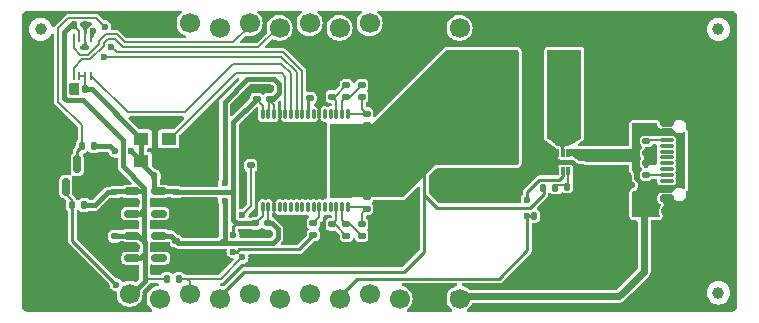
<source format=gtl>
G04 #@! TF.GenerationSoftware,KiCad,Pcbnew,8.0.1-8.0.1-1~ubuntu22.04.1*
G04 #@! TF.CreationDate,2024-09-10T20:50:46+02:00*
G04 #@! TF.ProjectId,NerdNOS,4e657264-4e4f-4532-9e6b-696361645f70,rev?*
G04 #@! TF.SameCoordinates,Original*
G04 #@! TF.FileFunction,Copper,L1,Top*
G04 #@! TF.FilePolarity,Positive*
%FSLAX46Y46*%
G04 Gerber Fmt 4.6, Leading zero omitted, Abs format (unit mm)*
G04 Created by KiCad (PCBNEW 8.0.1-8.0.1-1~ubuntu22.04.1) date 2024-09-10 20:50:46*
%MOMM*%
%LPD*%
G01*
G04 APERTURE LIST*
G04 Aperture macros list*
%AMRoundRect*
0 Rectangle with rounded corners*
0 $1 Rounding radius*
0 $2 $3 $4 $5 $6 $7 $8 $9 X,Y pos of 4 corners*
0 Add a 4 corners polygon primitive as box body*
4,1,4,$2,$3,$4,$5,$6,$7,$8,$9,$2,$3,0*
0 Add four circle primitives for the rounded corners*
1,1,$1+$1,$2,$3*
1,1,$1+$1,$4,$5*
1,1,$1+$1,$6,$7*
1,1,$1+$1,$8,$9*
0 Add four rect primitives between the rounded corners*
20,1,$1+$1,$2,$3,$4,$5,0*
20,1,$1+$1,$4,$5,$6,$7,0*
20,1,$1+$1,$6,$7,$8,$9,0*
20,1,$1+$1,$8,$9,$2,$3,0*%
G04 Aperture macros list end*
G04 #@! TA.AperFunction,ComponentPad*
%ADD10C,1.700000*%
G04 #@! TD*
G04 #@! TA.AperFunction,SMDPad,CuDef*
%ADD11RoundRect,0.150000X-0.512500X-0.150000X0.512500X-0.150000X0.512500X0.150000X-0.512500X0.150000X0*%
G04 #@! TD*
G04 #@! TA.AperFunction,SMDPad,CuDef*
%ADD12RoundRect,0.135000X0.185000X-0.135000X0.185000X0.135000X-0.185000X0.135000X-0.185000X-0.135000X0*%
G04 #@! TD*
G04 #@! TA.AperFunction,SMDPad,CuDef*
%ADD13R,2.700000X7.500000*%
G04 #@! TD*
G04 #@! TA.AperFunction,SMDPad,CuDef*
%ADD14RoundRect,0.140000X0.170000X-0.140000X0.170000X0.140000X-0.170000X0.140000X-0.170000X-0.140000X0*%
G04 #@! TD*
G04 #@! TA.AperFunction,SMDPad,CuDef*
%ADD15RoundRect,0.140000X-0.170000X0.140000X-0.170000X-0.140000X0.170000X-0.140000X0.170000X0.140000X0*%
G04 #@! TD*
G04 #@! TA.AperFunction,SMDPad,CuDef*
%ADD16RoundRect,0.250000X-0.475000X0.250000X-0.475000X-0.250000X0.475000X-0.250000X0.475000X0.250000X0*%
G04 #@! TD*
G04 #@! TA.AperFunction,SMDPad,CuDef*
%ADD17RoundRect,0.140000X0.140000X0.170000X-0.140000X0.170000X-0.140000X-0.170000X0.140000X-0.170000X0*%
G04 #@! TD*
G04 #@! TA.AperFunction,SMDPad,CuDef*
%ADD18RoundRect,0.150000X0.150000X-0.587500X0.150000X0.587500X-0.150000X0.587500X-0.150000X-0.587500X0*%
G04 #@! TD*
G04 #@! TA.AperFunction,SMDPad,CuDef*
%ADD19RoundRect,0.135000X-0.185000X0.135000X-0.185000X-0.135000X0.185000X-0.135000X0.185000X0.135000X0*%
G04 #@! TD*
G04 #@! TA.AperFunction,SMDPad,CuDef*
%ADD20RoundRect,0.150000X0.425000X-0.150000X0.425000X0.150000X-0.425000X0.150000X-0.425000X-0.150000X0*%
G04 #@! TD*
G04 #@! TA.AperFunction,SMDPad,CuDef*
%ADD21RoundRect,0.075000X0.500000X-0.075000X0.500000X0.075000X-0.500000X0.075000X-0.500000X-0.075000X0*%
G04 #@! TD*
G04 #@! TA.AperFunction,ComponentPad*
%ADD22O,2.100000X1.000000*%
G04 #@! TD*
G04 #@! TA.AperFunction,ComponentPad*
%ADD23O,1.800000X1.000000*%
G04 #@! TD*
G04 #@! TA.AperFunction,SMDPad,CuDef*
%ADD24RoundRect,0.135000X0.135000X0.185000X-0.135000X0.185000X-0.135000X-0.185000X0.135000X-0.185000X0*%
G04 #@! TD*
G04 #@! TA.AperFunction,SMDPad,CuDef*
%ADD25R,1.300000X1.100000*%
G04 #@! TD*
G04 #@! TA.AperFunction,SMDPad,CuDef*
%ADD26C,1.000000*%
G04 #@! TD*
G04 #@! TA.AperFunction,SMDPad,CuDef*
%ADD27RoundRect,0.250000X-1.100000X0.325000X-1.100000X-0.325000X1.100000X-0.325000X1.100000X0.325000X0*%
G04 #@! TD*
G04 #@! TA.AperFunction,SMDPad,CuDef*
%ADD28RoundRect,0.135000X-0.135000X-0.185000X0.135000X-0.185000X0.135000X0.185000X-0.135000X0.185000X0*%
G04 #@! TD*
G04 #@! TA.AperFunction,SMDPad,CuDef*
%ADD29RoundRect,0.135000X-0.000010X0.295000X-0.000010X-0.295000X0.000010X-0.295000X0.000010X0.295000X0*%
G04 #@! TD*
G04 #@! TA.AperFunction,SMDPad,CuDef*
%ADD30R,1.850000X6.300000*%
G04 #@! TD*
G04 #@! TA.AperFunction,SMDPad,CuDef*
%ADD31R,5.550000X6.300000*%
G04 #@! TD*
G04 #@! TA.AperFunction,SMDPad,CuDef*
%ADD32R,0.254000X0.762000*%
G04 #@! TD*
G04 #@! TA.AperFunction,SMDPad,CuDef*
%ADD33RoundRect,0.075000X-0.075000X0.275000X-0.075000X-0.275000X0.075000X-0.275000X0.075000X0.275000X0*%
G04 #@! TD*
G04 #@! TA.AperFunction,ViaPad*
%ADD34C,0.600000*%
G04 #@! TD*
G04 #@! TA.AperFunction,Conductor*
%ADD35C,0.400000*%
G04 #@! TD*
G04 #@! TA.AperFunction,Conductor*
%ADD36C,0.200000*%
G04 #@! TD*
G04 #@! TA.AperFunction,Conductor*
%ADD37C,0.254000*%
G04 #@! TD*
G04 #@! TA.AperFunction,Conductor*
%ADD38C,0.600000*%
G04 #@! TD*
G04 APERTURE END LIST*
D10*
X89440000Y-77490000D03*
X91980000Y-77890000D03*
X94520000Y-77490000D03*
X97060000Y-77890000D03*
X99600000Y-77490000D03*
X102140000Y-77890000D03*
X104680000Y-77490000D03*
X107220000Y-77890000D03*
X109760000Y-77490000D03*
X112300000Y-77890000D03*
X114840000Y-77490000D03*
X117380000Y-77890000D03*
X117380000Y-54970000D03*
X114840000Y-54570000D03*
X112300000Y-54970000D03*
X109760000Y-54570000D03*
X107220000Y-54970000D03*
X104680000Y-54570000D03*
X102140000Y-54970000D03*
X99600000Y-54570000D03*
X97060000Y-54970000D03*
X94520000Y-54570000D03*
X91980000Y-54970000D03*
X89440000Y-54570000D03*
D11*
X89662500Y-72550001D03*
X89662500Y-73500000D03*
X89662500Y-74449999D03*
X91937500Y-74449999D03*
X91937500Y-72550001D03*
D12*
X133165000Y-65550000D03*
X133165000Y-64530000D03*
D13*
X126200000Y-60600000D03*
X120400000Y-60600000D03*
D14*
X100200000Y-60980000D03*
X100200000Y-60020000D03*
D15*
X109100000Y-59820000D03*
X109100000Y-60780000D03*
D16*
X121600000Y-65800000D03*
X121600000Y-67700000D03*
D17*
X85680000Y-54750400D03*
X84720000Y-54750400D03*
D18*
X84050000Y-68404999D03*
X85950000Y-68404999D03*
X85000000Y-66529999D03*
D15*
X106600000Y-59820000D03*
X106600000Y-60780000D03*
D19*
X133165000Y-66430000D03*
X133165000Y-67450000D03*
D15*
X88200000Y-72620000D03*
X88200000Y-73580000D03*
D19*
X105000000Y-71490001D03*
X105000000Y-72509999D03*
D20*
X134910000Y-69390000D03*
X134910000Y-68590000D03*
D21*
X134910000Y-67440000D03*
X134910000Y-66440000D03*
X134910000Y-65940000D03*
X134910000Y-64940000D03*
D20*
X134910000Y-62990000D03*
X134910000Y-63790000D03*
D21*
X134910000Y-64440000D03*
X134910000Y-65440000D03*
X134910000Y-66940000D03*
X134910000Y-67940000D03*
D22*
X135485000Y-70510000D03*
D23*
X139665000Y-70510000D03*
D22*
X135485000Y-61870000D03*
D23*
X139665000Y-61870000D03*
D15*
X106600000Y-71600000D03*
X106600000Y-72560000D03*
X100100000Y-71520000D03*
X100100000Y-72480000D03*
X107800000Y-71600000D03*
X107800000Y-72560000D03*
D24*
X93610000Y-76200000D03*
X92590000Y-76200000D03*
D15*
X107800000Y-59820000D03*
X107800000Y-60780000D03*
D16*
X131200000Y-65750000D03*
X131200000Y-67650000D03*
D25*
X90445000Y-66265000D03*
X92745000Y-66265000D03*
X92745000Y-64365000D03*
X90445000Y-64365000D03*
D16*
X129200000Y-65750000D03*
X129200000Y-67650000D03*
X119500000Y-65800000D03*
X119500000Y-67700000D03*
D17*
X92495000Y-67515000D03*
X91535000Y-67515000D03*
D26*
X139300000Y-77400000D03*
D27*
X116700000Y-64825000D03*
X116700000Y-67775000D03*
D15*
X93362500Y-68870001D03*
X93362500Y-69830001D03*
D26*
X139300000Y-55100000D03*
D17*
X85680000Y-60150400D03*
X84720000Y-60150400D03*
D14*
X101300000Y-60980000D03*
X101300000Y-60020000D03*
D28*
X85390000Y-65000000D03*
X86410000Y-65000000D03*
D24*
X125500000Y-68500000D03*
X124480000Y-68500000D03*
D29*
X107900000Y-62265400D03*
X107420000Y-62265400D03*
X106940000Y-62265400D03*
X106460000Y-62265400D03*
X105980000Y-62265400D03*
X105500000Y-62265400D03*
X105020000Y-62265400D03*
X104540000Y-62265400D03*
X104060000Y-62265400D03*
X103580000Y-62265400D03*
X103100000Y-62265400D03*
X102620000Y-62265400D03*
X102140000Y-62265400D03*
X101660000Y-62265400D03*
X101180000Y-62265400D03*
X100700000Y-62265400D03*
X100700000Y-70134600D03*
X101180000Y-70134600D03*
X101660000Y-70134600D03*
X102140000Y-70134600D03*
X102620000Y-70134600D03*
X103100000Y-70134600D03*
X103580000Y-70134600D03*
X104060000Y-70134600D03*
X104540000Y-70134600D03*
X105020000Y-70134600D03*
X105500000Y-70134600D03*
X105980000Y-70134600D03*
X106460000Y-70134600D03*
X106940000Y-70134600D03*
X107420000Y-70134600D03*
X107900000Y-70134600D03*
D30*
X107300000Y-66200000D03*
D31*
X103100000Y-66200000D03*
D32*
X86200252Y-55850400D03*
X85700126Y-55850400D03*
X85200000Y-55850400D03*
X84699874Y-55850400D03*
X84699874Y-59000000D03*
X85200000Y-59000000D03*
X85700126Y-59000000D03*
X86200252Y-59000000D03*
D15*
X88162500Y-68870001D03*
X88162500Y-69830001D03*
X93400000Y-73020000D03*
X93400000Y-73980000D03*
X109100000Y-71600000D03*
X109100000Y-72560000D03*
D19*
X104700000Y-59890000D03*
X104700000Y-60910000D03*
D15*
X109500000Y-69320000D03*
X109500000Y-70280000D03*
D19*
X99700000Y-65590000D03*
X99700000Y-66610000D03*
D11*
X89625000Y-68800002D03*
X89625000Y-69750001D03*
X89625000Y-70700000D03*
X91900000Y-70700000D03*
X91900000Y-68800002D03*
D24*
X127510000Y-68400000D03*
X126490000Y-68400000D03*
D15*
X109500000Y-62220000D03*
X109500000Y-63180000D03*
X101200000Y-71520000D03*
X101200000Y-72480000D03*
D33*
X126600000Y-65550000D03*
X126100000Y-65550000D03*
X125600000Y-65550000D03*
X125600000Y-67050000D03*
X126100000Y-67050000D03*
X126600000Y-67050000D03*
D26*
X81900000Y-55100000D03*
D15*
X127700000Y-65820000D03*
X127700000Y-66780000D03*
D24*
X85610000Y-69967499D03*
X84590000Y-69967499D03*
D28*
X123680000Y-70880000D03*
X124700000Y-70880000D03*
D34*
X88200000Y-65400000D03*
X89600000Y-65400000D03*
X98200000Y-73900000D03*
X98200000Y-72500000D03*
X124300000Y-67200000D03*
X131300000Y-68300000D03*
X125600000Y-66300000D03*
X99400000Y-65100000D03*
X104050000Y-65700000D03*
X101050000Y-64700000D03*
X88837500Y-73500000D03*
X105050000Y-66700000D03*
X88700000Y-69750001D03*
X127200000Y-67800000D03*
X125000000Y-65800000D03*
X122900000Y-65100000D03*
X104050000Y-64700000D03*
X105050000Y-63700000D03*
X124300000Y-65100000D03*
X101050000Y-68700000D03*
X122900000Y-65800000D03*
X104800000Y-59300000D03*
X102050000Y-66700000D03*
X103050000Y-63700000D03*
X121250000Y-68450000D03*
X103050000Y-68700000D03*
X103050000Y-64700000D03*
X105050000Y-68700000D03*
X123600000Y-65100000D03*
X106600000Y-59300008D03*
X104050000Y-63700000D03*
X104050000Y-66700000D03*
X101050000Y-65700000D03*
X127700000Y-67300000D03*
X93337500Y-74450001D03*
X85703276Y-56567732D03*
X101050000Y-63700000D03*
X122000000Y-68450000D03*
X128500000Y-68300000D03*
X119000000Y-68450000D03*
X102050000Y-64700000D03*
X92150604Y-66912971D03*
X100800000Y-60020000D03*
X125150000Y-70850000D03*
X130600000Y-68300000D03*
X118200000Y-68500000D03*
X103050000Y-66700000D03*
X105050000Y-67700000D03*
X133800000Y-66290000D03*
X125000000Y-65100000D03*
X125000000Y-67200000D03*
X105050000Y-64700000D03*
X100700000Y-72480000D03*
X102050000Y-68700000D03*
X120500000Y-68450000D03*
X116700000Y-68500000D03*
X92295000Y-65515000D03*
X117450000Y-68500000D03*
X101050000Y-67700000D03*
X119750000Y-68450000D03*
X104050000Y-68700000D03*
X103050000Y-67700000D03*
X104050000Y-67700000D03*
X129200000Y-68300000D03*
X84650000Y-60164644D03*
X106600000Y-73100000D03*
X115900000Y-68500000D03*
X102050000Y-67700000D03*
X105050000Y-65700000D03*
X133800000Y-65390000D03*
X129900000Y-68300000D03*
X124300000Y-65800000D03*
X132000000Y-68300000D03*
X102050000Y-63700000D03*
X123600000Y-65800000D03*
X101050000Y-66700000D03*
X102050000Y-65700000D03*
X103050000Y-65700000D03*
X93400000Y-70400002D03*
X86500000Y-68029999D03*
X97500000Y-68100000D03*
X97500000Y-69600000D03*
X123100000Y-69499996D03*
X123100000Y-70854000D03*
X87900000Y-56550000D03*
X87327674Y-54864687D03*
X98966669Y-74400000D03*
X98966669Y-70820000D03*
X86371817Y-55246412D03*
X87300000Y-57432774D03*
X88300000Y-76700000D03*
D35*
X88900000Y-64500000D02*
X85500000Y-61100000D01*
D36*
X85400000Y-64967499D02*
X85400000Y-63200000D01*
X84664244Y-60150400D02*
X84650000Y-60164644D01*
D35*
X90700000Y-68500002D02*
X88900000Y-66700002D01*
X83900000Y-60889950D02*
X83900000Y-55290401D01*
X88900000Y-66700002D02*
X88900000Y-64500000D01*
X85500000Y-61100000D02*
X84110050Y-61100000D01*
X84440001Y-54750400D02*
X84720000Y-54750400D01*
D36*
X84259600Y-54140400D02*
X86603387Y-54140400D01*
D35*
X84110050Y-61100000D02*
X83900000Y-60889950D01*
X83900000Y-55290401D02*
X84440001Y-54750400D01*
D36*
X83400000Y-61200000D02*
X83400000Y-55000000D01*
X84720000Y-60150400D02*
X84664244Y-60150400D01*
X85400000Y-63200000D02*
X83400000Y-61200000D01*
X83400000Y-55000000D02*
X84259600Y-54140400D01*
X86603387Y-54140400D02*
X87327674Y-54864687D01*
D35*
X89600000Y-65400000D02*
X89600000Y-65420000D01*
X89600000Y-65420000D02*
X90445000Y-66265000D01*
X86700000Y-65000000D02*
X87800000Y-65000000D01*
X87800000Y-65000000D02*
X88200000Y-65400000D01*
X90445000Y-64365000D02*
X90445000Y-65400000D01*
X90445000Y-65400000D02*
X90445000Y-66265000D01*
D36*
X99600000Y-54770000D02*
X98170000Y-56200000D01*
X98170000Y-56200000D02*
X89034924Y-56200000D01*
X85931396Y-57225200D02*
X85284378Y-57225200D01*
X89034924Y-56200000D02*
X88334924Y-55500000D01*
X87465075Y-55500000D02*
X86850000Y-56115076D01*
X86850000Y-56115076D02*
X86850000Y-56306596D01*
X88334924Y-55500000D02*
X87465075Y-55500000D01*
X86850000Y-56306596D02*
X85931396Y-57225200D01*
X85284378Y-57225200D02*
X84699874Y-56640696D01*
X84699874Y-56640696D02*
X84699874Y-55850400D01*
X102140000Y-54770000D02*
X100310000Y-56600000D01*
X100310000Y-56600000D02*
X88869239Y-56600000D01*
X87630761Y-55900000D02*
X87250000Y-56280761D01*
X88869239Y-56600000D02*
X88169239Y-55900000D01*
X88169239Y-55900000D02*
X87630761Y-55900000D01*
X87250000Y-56280761D02*
X87250000Y-56472281D01*
X87250000Y-56472281D02*
X86097081Y-57625200D01*
X84699874Y-58375389D02*
X84699874Y-59000000D01*
X86097081Y-57625200D02*
X85450063Y-57625200D01*
X85450063Y-57625200D02*
X84699874Y-58375389D01*
X104060000Y-62265400D02*
X104060000Y-58655837D01*
X104060000Y-58655837D02*
X102404163Y-57000000D01*
X102404163Y-57000000D02*
X88350000Y-57000000D01*
X88350000Y-57000000D02*
X87900000Y-56550000D01*
D35*
X86230400Y-60150400D02*
X85680000Y-60150400D01*
X90445000Y-66425000D02*
X91535000Y-67515000D01*
D36*
X85700126Y-60130274D02*
X85680000Y-60150400D01*
D35*
X98200000Y-69000000D02*
X98070001Y-68870001D01*
X98070001Y-68870001D02*
X93362500Y-68870001D01*
X98216669Y-62963331D02*
X98216669Y-71216669D01*
D37*
X103786999Y-73723000D02*
X98686246Y-73723000D01*
X98200000Y-71800000D02*
X98480000Y-71520000D01*
D36*
X85700126Y-59000000D02*
X85700126Y-60130274D01*
D35*
X100200000Y-60980000D02*
X98216669Y-62963331D01*
D37*
X98686246Y-73723000D02*
X98509246Y-73900000D01*
D36*
X100100000Y-71520000D02*
X100700000Y-70920000D01*
D37*
X98509246Y-73900000D02*
X98200000Y-73900000D01*
D35*
X91900000Y-68800002D02*
X91535000Y-68435002D01*
X91900000Y-68800002D02*
X93292501Y-68800002D01*
D36*
X100700000Y-62265400D02*
X100700000Y-61470000D01*
D37*
X105000000Y-72509999D02*
X103786999Y-73723000D01*
D35*
X90445000Y-66265000D02*
X90445000Y-66425000D01*
X99126008Y-71520000D02*
X100100000Y-71520000D01*
D37*
X98480000Y-71520000D02*
X99126008Y-71520000D01*
D36*
X100700000Y-70920000D02*
X100700000Y-70134600D01*
D35*
X98520000Y-71520000D02*
X99126008Y-71520000D01*
X90445000Y-64365000D02*
X86230400Y-60150400D01*
D36*
X85700126Y-59000000D02*
X85200000Y-59000000D01*
D35*
X91535000Y-68435002D02*
X91535000Y-67515000D01*
D36*
X100690000Y-61470000D02*
X100200000Y-60980000D01*
D35*
X98216669Y-71216669D02*
X98520000Y-71520000D01*
D37*
X98200000Y-72500000D02*
X98200000Y-71800000D01*
D36*
X100700000Y-61470000D02*
X100690000Y-61470000D01*
D35*
X93292501Y-68800002D02*
X93362500Y-68870001D01*
D36*
X99400000Y-65290000D02*
X99400000Y-65100000D01*
D38*
X129200000Y-67650000D02*
X131200000Y-67650000D01*
D35*
X89625000Y-69750001D02*
X88242500Y-69750001D01*
D36*
X133800000Y-65390000D02*
X133325000Y-65390000D01*
D38*
X119500000Y-67700000D02*
X119500000Y-68200000D01*
X121600000Y-68100000D02*
X121250000Y-68450000D01*
D36*
X134910000Y-69390000D02*
X134910000Y-69935000D01*
D35*
X126888248Y-66300000D02*
X125600000Y-66300000D01*
D36*
X92150604Y-67170604D02*
X92495000Y-67515000D01*
X127510000Y-68110000D02*
X127200000Y-67800000D01*
X102050000Y-67450000D02*
X102050000Y-67250000D01*
X125600000Y-67050000D02*
X125600000Y-65550000D01*
X85950000Y-68404999D02*
X86325000Y-68029999D01*
X106600000Y-59820000D02*
X106600000Y-59300008D01*
X101660000Y-68840000D02*
X102050000Y-68450000D01*
X103050000Y-66250000D02*
X103100000Y-66200000D01*
X101660000Y-70134600D02*
X101660000Y-69090000D01*
X102050000Y-68450000D02*
X101660000Y-68060000D01*
D38*
X121600000Y-67700000D02*
X120500000Y-67700000D01*
X121600000Y-67700000D02*
X122100000Y-67200000D01*
X123820000Y-66480000D02*
X124100000Y-66480000D01*
D36*
X105500000Y-62265400D02*
X105500000Y-63250000D01*
D35*
X93400000Y-73980000D02*
X93400000Y-74387501D01*
D36*
X86325000Y-68029999D02*
X86500000Y-68029999D01*
D38*
X122000000Y-68100000D02*
X121600000Y-67700000D01*
X122000000Y-68450000D02*
X122100000Y-68450000D01*
X123100000Y-67200000D02*
X123820000Y-66480000D01*
D36*
X133800000Y-66290000D02*
X133660000Y-66430000D01*
X92150604Y-66912971D02*
X92150604Y-67170604D01*
X134910000Y-62990000D02*
X134910000Y-62445000D01*
X102850000Y-66450000D02*
X103050000Y-66450000D01*
D38*
X128250000Y-67650000D02*
X129200000Y-67650000D01*
X121600000Y-67700000D02*
X121600000Y-68100000D01*
D36*
X106600000Y-72560000D02*
X106600000Y-73100000D01*
X102140000Y-63610000D02*
X102050000Y-63700000D01*
D38*
X127700000Y-67100000D02*
X128250000Y-67650000D01*
D36*
X101300000Y-60020000D02*
X100200000Y-60020000D01*
D35*
X93362500Y-70362502D02*
X93400000Y-70400002D01*
X88242500Y-69750001D02*
X88162500Y-69830001D01*
D36*
X102140000Y-62265400D02*
X102140000Y-63610000D01*
X105500000Y-63250000D02*
X105050000Y-63700000D01*
D38*
X119500000Y-67950000D02*
X119000000Y-68450000D01*
X119500000Y-68200000D02*
X119750000Y-68450000D01*
X116925000Y-67700000D02*
X116700000Y-67475000D01*
D35*
X127700000Y-66780000D02*
X127368248Y-66780000D01*
D36*
X92295000Y-65515000D02*
X92295000Y-65595000D01*
D35*
X127368248Y-66780000D02*
X126888248Y-66300000D01*
D38*
X119500000Y-67700000D02*
X119500000Y-67950000D01*
D36*
X101850000Y-67450000D02*
X102050000Y-67450000D01*
X125120000Y-70880000D02*
X125150000Y-70850000D01*
D38*
X120500000Y-67700000D02*
X119500000Y-67700000D01*
D36*
X133660000Y-66430000D02*
X133165000Y-66430000D01*
X99700000Y-65590000D02*
X99400000Y-65290000D01*
X101660000Y-69090000D02*
X102050000Y-68700000D01*
X101660000Y-68060000D02*
X101660000Y-67640000D01*
X124700000Y-70880000D02*
X125120000Y-70880000D01*
D38*
X127700000Y-66780000D02*
X127700000Y-67100000D01*
D36*
X102050000Y-67250000D02*
X102850000Y-66450000D01*
X100100000Y-72480000D02*
X101200000Y-72480000D01*
D35*
X93362500Y-69830001D02*
X93362500Y-70362502D01*
D36*
X103050000Y-66450000D02*
X103050000Y-66250000D01*
X101660000Y-67640000D02*
X101850000Y-67450000D01*
X134910000Y-69935000D02*
X135485000Y-70510000D01*
D38*
X119500000Y-67700000D02*
X116925000Y-67700000D01*
D35*
X88280000Y-73500000D02*
X88200000Y-73580000D01*
D37*
X104700000Y-59400000D02*
X104800000Y-59300000D01*
D38*
X125420000Y-66480000D02*
X125600000Y-66300000D01*
X120500000Y-67700000D02*
X120500000Y-68450000D01*
X124100000Y-66480000D02*
X125420000Y-66480000D01*
X122100000Y-67200000D02*
X123100000Y-67200000D01*
D37*
X104700000Y-59890000D02*
X104700000Y-59400000D01*
D38*
X122000000Y-68450000D02*
X122000000Y-68100000D01*
D36*
X127510000Y-68300000D02*
X127510000Y-68110000D01*
X134910000Y-62445000D02*
X135485000Y-61870000D01*
X92705000Y-66005000D02*
X93295000Y-66005000D01*
D35*
X89662500Y-73500000D02*
X88280000Y-73500000D01*
D36*
X92295000Y-65595000D02*
X92705000Y-66005000D01*
X85700126Y-56564582D02*
X85703276Y-56567732D01*
X85700126Y-55850400D02*
X85700126Y-54770526D01*
X85700126Y-55850400D02*
X85700126Y-56564582D01*
X85700126Y-54770526D02*
X85680000Y-54750400D01*
D35*
X93400000Y-74387501D02*
X93337500Y-74450001D01*
D36*
X106940000Y-61120000D02*
X106600000Y-60780000D01*
X106940000Y-62265400D02*
X106940000Y-61120000D01*
X106600000Y-60780000D02*
X106840000Y-60780000D01*
X106840000Y-60780000D02*
X107800000Y-59820000D01*
X107420000Y-61160000D02*
X107800000Y-60780000D01*
X107420000Y-62265400D02*
X107420000Y-61160000D01*
X108140000Y-60780000D02*
X109100000Y-59820000D01*
X107800000Y-60780000D02*
X108140000Y-60780000D01*
D35*
X93580000Y-73200000D02*
X93400000Y-73020000D01*
X97500000Y-61200000D02*
X97500000Y-68100000D01*
X101200000Y-71520000D02*
X101509999Y-71520000D01*
X91937500Y-72550001D02*
X92930001Y-72550001D01*
X102000000Y-72757556D02*
X101561556Y-73196000D01*
D36*
X101351471Y-61180000D02*
X101660000Y-61488529D01*
X101219264Y-62226136D02*
X101219264Y-61140736D01*
D35*
X102000000Y-72010001D02*
X102000000Y-72757556D01*
X101609999Y-60980000D02*
X102100000Y-60489999D01*
D36*
X101219264Y-61140736D02*
X101258528Y-61180000D01*
D35*
X101300000Y-60980000D02*
X101609999Y-60980000D01*
D36*
X101180000Y-71080000D02*
X101180000Y-70134600D01*
D35*
X102100000Y-60489999D02*
X102100000Y-59742444D01*
X92930001Y-72550001D02*
X93400000Y-73020000D01*
D36*
X101660000Y-61488529D02*
X101660000Y-62265400D01*
D35*
X101561556Y-73196000D02*
X98467956Y-73196000D01*
X97500000Y-72800000D02*
X97500000Y-69600000D01*
X101657556Y-59300000D02*
X99400000Y-59300000D01*
X98467956Y-73196000D02*
X98463955Y-73200000D01*
D36*
X101258528Y-61180000D02*
X101351471Y-61180000D01*
X101180000Y-71240000D02*
X101180000Y-71080000D01*
D35*
X102100000Y-59742444D02*
X101657556Y-59300000D01*
X101509999Y-71520000D02*
X102000000Y-72010001D01*
X99400000Y-59300000D02*
X97500000Y-61200000D01*
X97100000Y-73200000D02*
X97500000Y-72800000D01*
D36*
X101180000Y-62265400D02*
X101219264Y-62226136D01*
D35*
X98463955Y-73200000D02*
X93580000Y-73200000D01*
D36*
X109100000Y-61820000D02*
X109500000Y-62220000D01*
X109454600Y-62265400D02*
X109500000Y-62220000D01*
X107900000Y-62265400D02*
X109454600Y-62265400D01*
X109100000Y-60780000D02*
X109100000Y-61820000D01*
D37*
X114400000Y-69100000D02*
X114400000Y-73900000D01*
X123380423Y-70177000D02*
X115477000Y-70177000D01*
X124490000Y-69067423D02*
X123380423Y-70177000D01*
X112700000Y-75600000D02*
X99150000Y-75600000D01*
X115477000Y-70177000D02*
X114400000Y-69100000D01*
X116700000Y-64825000D02*
X114400000Y-67125000D01*
X124490000Y-68400000D02*
X124490000Y-69067423D01*
X114400000Y-73900000D02*
X112700000Y-75600000D01*
X114400000Y-67125000D02*
X114400000Y-69100000D01*
X99150000Y-75600000D02*
X97060000Y-77690000D01*
D36*
X109100000Y-71600000D02*
X109100000Y-70680000D01*
X109354600Y-70134600D02*
X109500000Y-70280000D01*
X109100000Y-70680000D02*
X109500000Y-70280000D01*
X107900000Y-70134600D02*
X109354600Y-70134600D01*
X107800000Y-71600000D02*
X108140000Y-71600000D01*
X108140000Y-71600000D02*
X109100000Y-72560000D01*
X107420000Y-71220000D02*
X107800000Y-71600000D01*
X107420000Y-70134600D02*
X107420000Y-71220000D01*
X106840000Y-71600000D02*
X107800000Y-72560000D01*
X106940000Y-71260000D02*
X106600000Y-71600000D01*
X106940000Y-70134600D02*
X106940000Y-71260000D01*
X106600000Y-71600000D02*
X106840000Y-71600000D01*
D35*
X88269999Y-72550001D02*
X88200000Y-72620000D01*
X89625000Y-68800002D02*
X88232499Y-68800002D01*
X86500000Y-70000000D02*
X86200000Y-70000000D01*
X88232499Y-68800002D02*
X88162500Y-68870001D01*
D36*
X85200000Y-55230400D02*
X84720000Y-54750400D01*
D35*
X90687500Y-68512502D02*
X90700000Y-68500002D01*
X90725000Y-74049998D02*
X90725000Y-73118026D01*
X90550000Y-76580000D02*
X89440000Y-77690000D01*
X90687500Y-70299999D02*
X90687500Y-68512502D01*
X90400000Y-68800002D02*
X89625000Y-68800002D01*
X89662500Y-74449999D02*
X90324999Y-74449999D01*
X90725000Y-76405000D02*
X89440000Y-77690000D01*
X90287499Y-70700000D02*
X90687500Y-70299999D01*
X90687500Y-73080526D02*
X90725000Y-73118026D01*
X90324999Y-74449999D02*
X90725000Y-74049998D01*
X86167499Y-69967499D02*
X85610000Y-69967499D01*
X86200000Y-70000000D02*
X86167499Y-69967499D01*
X87629999Y-68870001D02*
X86500000Y-70000000D01*
X90725000Y-73118026D02*
X90156975Y-72550001D01*
X86410000Y-65000000D02*
X86700000Y-65000000D01*
X90156975Y-72550001D02*
X89662500Y-72550001D01*
X88162500Y-68870001D02*
X87629999Y-68870001D01*
X90725000Y-74049998D02*
X90725000Y-76405000D01*
X89625000Y-70700000D02*
X90287499Y-70700000D01*
X90700000Y-68500002D02*
X90400000Y-68800002D01*
X90687500Y-70299999D02*
X90687500Y-73080526D01*
D36*
X85200000Y-55850400D02*
X85200000Y-55230400D01*
X92590000Y-76200000D02*
X90850000Y-76200000D01*
D35*
X89662500Y-72550001D02*
X88269999Y-72550001D01*
D37*
X107220000Y-77690000D02*
X108710000Y-76200000D01*
X124141076Y-67840000D02*
X123100000Y-68881076D01*
X126100000Y-67050000D02*
X126100000Y-67540000D01*
X123100000Y-70854000D02*
X123654000Y-70854000D01*
X123100000Y-73800000D02*
X123100000Y-70854000D01*
X123654000Y-70854000D02*
X123680000Y-70880000D01*
X120700000Y-76200000D02*
X123100000Y-73800000D01*
X125800000Y-67840000D02*
X124141076Y-67840000D01*
X126100000Y-67540000D02*
X125800000Y-67840000D01*
X123100000Y-68881076D02*
X123100000Y-69499996D01*
X108710000Y-76200000D02*
X120700000Y-76200000D01*
D36*
X105500000Y-70990001D02*
X105500000Y-70045000D01*
X105000000Y-71490001D02*
X105500000Y-70990001D01*
D37*
X85000000Y-66529999D02*
X85000000Y-65367499D01*
X85000000Y-65367499D02*
X85400000Y-64967499D01*
D36*
X102307106Y-58800000D02*
X98410000Y-58800000D01*
X98410000Y-58800000D02*
X92845000Y-64365000D01*
X102620000Y-59112894D02*
X102307106Y-58800000D01*
X92845000Y-64365000D02*
X92745000Y-64365000D01*
X102620000Y-62265400D02*
X102620000Y-59112894D01*
X99700000Y-70086669D02*
X99700000Y-66610000D01*
X98966669Y-70820000D02*
X99700000Y-70086669D01*
X94520000Y-76420000D02*
X94300000Y-76200000D01*
X97166669Y-76200000D02*
X98966669Y-74400000D01*
X94300000Y-76200000D02*
X93610000Y-76200000D01*
X93610000Y-76200000D02*
X97166669Y-76200000D01*
X94520000Y-77690000D02*
X94520000Y-76420000D01*
X133175000Y-67440000D02*
X134910000Y-67440000D01*
X133175000Y-64440000D02*
X134910000Y-64440000D01*
X102271250Y-57432774D02*
X87300000Y-57432774D01*
X103580000Y-58741524D02*
X102271250Y-57432774D01*
X86371817Y-55246412D02*
X86371817Y-55678835D01*
X103580000Y-62265400D02*
X103580000Y-58741524D01*
X86371817Y-55678835D02*
X86200252Y-55850400D01*
X102272791Y-58000000D02*
X98200000Y-58000000D01*
X94100000Y-62100000D02*
X89300252Y-62100000D01*
X103100000Y-58827210D02*
X102272791Y-58000000D01*
X98200000Y-58000000D02*
X94100000Y-62100000D01*
X103100000Y-62265400D02*
X103100000Y-58827210D01*
X89300252Y-62100000D02*
X86200252Y-59000000D01*
D37*
X104540000Y-61070000D02*
X104700000Y-60910000D01*
X104540000Y-62265400D02*
X104540000Y-61070000D01*
D36*
X84050000Y-68504999D02*
X84050000Y-69017499D01*
D37*
X84590000Y-72990000D02*
X84590000Y-69967499D01*
D36*
X84050000Y-69017499D02*
X84500000Y-69467499D01*
D37*
X84590000Y-72990000D02*
X88300000Y-76700000D01*
D36*
X84590000Y-69967499D02*
X84590000Y-69557499D01*
X84590000Y-69557499D02*
X84500000Y-69467499D01*
X125510000Y-68300000D02*
X126590000Y-68300000D01*
X126600000Y-67050000D02*
X126600000Y-68290000D01*
X126590000Y-68300000D02*
X126600000Y-68290000D01*
D35*
X127256776Y-65820000D02*
X126986776Y-65550000D01*
D38*
X130910000Y-77690000D02*
X133000000Y-75600000D01*
X129200000Y-65750000D02*
X131200000Y-65750000D01*
D35*
X127700000Y-65820000D02*
X127256776Y-65820000D01*
D36*
X116690000Y-77500000D02*
X116890000Y-77300000D01*
D38*
X134910000Y-63790000D02*
X134211606Y-63790000D01*
X117560000Y-77510000D02*
X117380000Y-77690000D01*
X129130000Y-65820000D02*
X129200000Y-65750000D01*
X133015000Y-70022500D02*
X133015000Y-68590000D01*
X133000000Y-70037500D02*
X133015000Y-70022500D01*
X127700000Y-65820000D02*
X129130000Y-65820000D01*
X134181606Y-63760000D02*
X132545000Y-63760000D01*
X134910000Y-68590000D02*
X135237563Y-68590000D01*
X133000000Y-75600000D02*
X133000000Y-70037500D01*
D35*
X126986776Y-65550000D02*
X126670000Y-65550000D01*
D38*
X117380000Y-77690000D02*
X130910000Y-77690000D01*
X133015000Y-68590000D02*
X134910000Y-68590000D01*
X134211606Y-63790000D02*
X134181606Y-63760000D01*
G04 #@! TA.AperFunction,Conductor*
G36*
X132000000Y-66300000D02*
G01*
X128092632Y-66300000D01*
X128036338Y-66286485D01*
X127992175Y-66263983D01*
X127992174Y-66263982D01*
X127992171Y-66263981D01*
X127900735Y-66249500D01*
X127863441Y-66249500D01*
X127831348Y-66245275D01*
X127807105Y-66238779D01*
X127772475Y-66229500D01*
X127627525Y-66229500D01*
X127627521Y-66229500D01*
X127568647Y-66245275D01*
X127536556Y-66249500D01*
X127526213Y-66249500D01*
X127459174Y-66229815D01*
X127438532Y-66213181D01*
X127164864Y-65939513D01*
X127164862Y-65939511D01*
X127109208Y-65907379D01*
X127062136Y-65880201D01*
X127050028Y-65876957D01*
X127037921Y-65873713D01*
X127037918Y-65873712D01*
X126984840Y-65859490D01*
X126947557Y-65849500D01*
X126947556Y-65849500D01*
X126624500Y-65849500D01*
X126557461Y-65829815D01*
X126511706Y-65777011D01*
X126500500Y-65725500D01*
X126500499Y-65324000D01*
X126520183Y-65256961D01*
X126572987Y-65211206D01*
X126624499Y-65200000D01*
X132000000Y-65200000D01*
X132000000Y-66300000D01*
G37*
G04 #@! TD.AperFunction*
G04 #@! TA.AperFunction,Conductor*
G36*
X122161980Y-56802383D02*
G01*
X122221480Y-56814218D01*
X122266175Y-56832730D01*
X122306272Y-56859522D01*
X122340477Y-56893727D01*
X122367267Y-56933822D01*
X122385781Y-56978517D01*
X122397617Y-57038022D01*
X122400000Y-57062210D01*
X122400000Y-65051854D01*
X122398738Y-65069500D01*
X122394353Y-65099999D01*
X122398738Y-65130498D01*
X122400000Y-65148145D01*
X122400000Y-65751854D01*
X122398738Y-65769500D01*
X122394353Y-65799999D01*
X122398738Y-65830498D01*
X122400000Y-65848145D01*
X122400000Y-66337789D01*
X122397617Y-66361982D01*
X122385781Y-66421482D01*
X122367267Y-66466179D01*
X122340481Y-66506268D01*
X122306269Y-66540479D01*
X122271975Y-66563394D01*
X122266179Y-66567267D01*
X122221482Y-66585781D01*
X122187857Y-66592469D01*
X122161978Y-66597617D01*
X122137789Y-66600000D01*
X115300000Y-66600000D01*
X115226780Y-66673219D01*
X115226774Y-66673224D01*
X115226773Y-66673225D01*
X112681858Y-69218141D01*
X112663067Y-69233562D01*
X112612625Y-69267266D01*
X112567928Y-69285781D01*
X112533777Y-69292574D01*
X112508425Y-69297617D01*
X112484236Y-69300000D01*
X110000000Y-69300000D01*
X106652628Y-69300000D01*
X106628412Y-69297612D01*
X106619656Y-69295868D01*
X106568854Y-69285752D01*
X106524119Y-69267201D01*
X106484006Y-69240364D01*
X106449786Y-69206089D01*
X106423012Y-69165931D01*
X106404535Y-69121168D01*
X106392771Y-69061585D01*
X106390423Y-69037381D01*
X106394355Y-66600000D01*
X106399577Y-63361792D01*
X106401994Y-63337634D01*
X106413901Y-63278211D01*
X106432449Y-63233581D01*
X106459256Y-63193549D01*
X106493456Y-63159405D01*
X106533527Y-63132666D01*
X106578179Y-63114191D01*
X106637637Y-63102376D01*
X106661797Y-63100000D01*
X109896449Y-63100000D01*
X110000000Y-63100000D01*
X116218146Y-56881853D01*
X116236927Y-56866440D01*
X116287376Y-56832732D01*
X116332071Y-56814218D01*
X116391573Y-56802383D01*
X116415764Y-56800000D01*
X122137789Y-56800000D01*
X122161980Y-56802383D01*
G37*
G04 #@! TD.AperFunction*
G04 #@! TA.AperFunction,Conductor*
G36*
X134077539Y-63019685D02*
G01*
X134123294Y-63072489D01*
X134134500Y-63124000D01*
X134134500Y-63173260D01*
X134144426Y-63241391D01*
X134195803Y-63346485D01*
X134278514Y-63429196D01*
X134278515Y-63429196D01*
X134278517Y-63429198D01*
X134383607Y-63480573D01*
X134417673Y-63485536D01*
X134451739Y-63490500D01*
X135358863Y-63490500D01*
X135425902Y-63510185D01*
X135466250Y-63552500D01*
X135524482Y-63653361D01*
X135524484Y-63653363D01*
X135524485Y-63653365D01*
X135631635Y-63760515D01*
X135762865Y-63836281D01*
X135909234Y-63875500D01*
X135909236Y-63875500D01*
X136060764Y-63875500D01*
X136060766Y-63875500D01*
X136207135Y-63836281D01*
X136314001Y-63774581D01*
X136381899Y-63758109D01*
X136447926Y-63780961D01*
X136491117Y-63835882D01*
X136500000Y-63881969D01*
X136500000Y-68498030D01*
X136480315Y-68565069D01*
X136427511Y-68610824D01*
X136358353Y-68620768D01*
X136314000Y-68605417D01*
X136207138Y-68543720D01*
X136207135Y-68543719D01*
X136060766Y-68504500D01*
X135909234Y-68504500D01*
X135762863Y-68543719D01*
X135631635Y-68619485D01*
X135631632Y-68619487D01*
X135524487Y-68726632D01*
X135524482Y-68726638D01*
X135466250Y-68827500D01*
X135415683Y-68875716D01*
X135358863Y-68889500D01*
X134451739Y-68889500D01*
X134383608Y-68899426D01*
X134278514Y-68950803D01*
X134195803Y-69033514D01*
X134144426Y-69138608D01*
X134134500Y-69206739D01*
X134134500Y-69573260D01*
X134144426Y-69641391D01*
X134195803Y-69746485D01*
X134278514Y-69829196D01*
X134278515Y-69829196D01*
X134278517Y-69829198D01*
X134355303Y-69866736D01*
X134406886Y-69913864D01*
X134424800Y-69981398D01*
X134403359Y-70047897D01*
X134394529Y-70058566D01*
X134394751Y-70058748D01*
X134390885Y-70063458D01*
X134314228Y-70178182D01*
X134314221Y-70178195D01*
X134261421Y-70305667D01*
X134261418Y-70305677D01*
X134234500Y-70441004D01*
X134234500Y-70441007D01*
X134234500Y-70578993D01*
X134234500Y-70578995D01*
X134234499Y-70578995D01*
X134261418Y-70714322D01*
X134261420Y-70714328D01*
X134308731Y-70828547D01*
X134316200Y-70898017D01*
X134284925Y-70960496D01*
X134224836Y-70996148D01*
X134194170Y-71000000D01*
X132124000Y-71000000D01*
X132056961Y-70980315D01*
X132011206Y-70927511D01*
X132000000Y-70876000D01*
X132000000Y-68914455D01*
X132019685Y-68847416D01*
X132072489Y-68801661D01*
X132089066Y-68795478D01*
X132210050Y-68759954D01*
X132210050Y-68759953D01*
X132210053Y-68759953D01*
X132331128Y-68682143D01*
X132425377Y-68573373D01*
X132485165Y-68442457D01*
X132505647Y-68300000D01*
X132485165Y-68157543D01*
X132425377Y-68026627D01*
X132331128Y-67917857D01*
X132210053Y-67840047D01*
X132210051Y-67840046D01*
X132210049Y-67840045D01*
X132201983Y-67836361D01*
X132203068Y-67833984D01*
X132155780Y-67803589D01*
X132126761Y-67740030D01*
X132125500Y-67722394D01*
X132125500Y-67624316D01*
X132644500Y-67624316D01*
X132650931Y-67673171D01*
X132650932Y-67673173D01*
X132700935Y-67780404D01*
X132784596Y-67864065D01*
X132891827Y-67914068D01*
X132940683Y-67920500D01*
X132940684Y-67920500D01*
X133389317Y-67920500D01*
X133409392Y-67917857D01*
X133438173Y-67914068D01*
X133545404Y-67864065D01*
X133629065Y-67780404D01*
X133629065Y-67780403D01*
X133632650Y-67776819D01*
X133693973Y-67743334D01*
X133720331Y-67740500D01*
X134010500Y-67740500D01*
X134077539Y-67760185D01*
X134123294Y-67812989D01*
X134134500Y-67864499D01*
X134134500Y-68042129D01*
X134150485Y-68122495D01*
X134211375Y-68213624D01*
X134247876Y-68238013D01*
X134302505Y-68274515D01*
X134302508Y-68274515D01*
X134302509Y-68274516D01*
X134329533Y-68279891D01*
X134382867Y-68290500D01*
X135437132Y-68290499D01*
X135517495Y-68274515D01*
X135608624Y-68213624D01*
X135669515Y-68122495D01*
X135685500Y-68042133D01*
X135685499Y-67837868D01*
X135669515Y-67757505D01*
X135669513Y-67757502D01*
X135664841Y-67746222D01*
X135666285Y-67745623D01*
X135649563Y-67692211D01*
X135665517Y-67634056D01*
X135664842Y-67633777D01*
X135667070Y-67628396D01*
X135668049Y-67624831D01*
X135669452Y-67622647D01*
X135669516Y-67622493D01*
X135685499Y-67542136D01*
X135685500Y-67542133D01*
X135685499Y-67337868D01*
X135669515Y-67257505D01*
X135669513Y-67257502D01*
X135664841Y-67246222D01*
X135666285Y-67245623D01*
X135649563Y-67192211D01*
X135665517Y-67134056D01*
X135664842Y-67133777D01*
X135667070Y-67128396D01*
X135668049Y-67124831D01*
X135669452Y-67122647D01*
X135669516Y-67122493D01*
X135685499Y-67042136D01*
X135685500Y-67042133D01*
X135685499Y-66837870D01*
X135685499Y-66837868D01*
X135669515Y-66757505D01*
X135669513Y-66757502D01*
X135664841Y-66746222D01*
X135666285Y-66745623D01*
X135649563Y-66692211D01*
X135665517Y-66634056D01*
X135664842Y-66633777D01*
X135667070Y-66628396D01*
X135668049Y-66624831D01*
X135669452Y-66622647D01*
X135669516Y-66622493D01*
X135685499Y-66542136D01*
X135685500Y-66542133D01*
X135685499Y-66337868D01*
X135669515Y-66257505D01*
X135669513Y-66257502D01*
X135664841Y-66246222D01*
X135666285Y-66245623D01*
X135649563Y-66192211D01*
X135665517Y-66134056D01*
X135664842Y-66133777D01*
X135667070Y-66128396D01*
X135668049Y-66124831D01*
X135669452Y-66122647D01*
X135669516Y-66122493D01*
X135685499Y-66042136D01*
X135685500Y-66042133D01*
X135685499Y-65837868D01*
X135669515Y-65757505D01*
X135669513Y-65757502D01*
X135664841Y-65746222D01*
X135666285Y-65745623D01*
X135649563Y-65692211D01*
X135665517Y-65634056D01*
X135664842Y-65633777D01*
X135667070Y-65628396D01*
X135668049Y-65624831D01*
X135669452Y-65622647D01*
X135669516Y-65622493D01*
X135685499Y-65542136D01*
X135685500Y-65542133D01*
X135685499Y-65337868D01*
X135669515Y-65257505D01*
X135669513Y-65257502D01*
X135664841Y-65246222D01*
X135666285Y-65245623D01*
X135649563Y-65192211D01*
X135665517Y-65134056D01*
X135664842Y-65133777D01*
X135667070Y-65128396D01*
X135668049Y-65124831D01*
X135669452Y-65122647D01*
X135669516Y-65122493D01*
X135685499Y-65042136D01*
X135685500Y-65042133D01*
X135685499Y-64837868D01*
X135669515Y-64757505D01*
X135669513Y-64757502D01*
X135664841Y-64746222D01*
X135666285Y-64745623D01*
X135649563Y-64692211D01*
X135665517Y-64634056D01*
X135664842Y-64633777D01*
X135667070Y-64628396D01*
X135668049Y-64624831D01*
X135669452Y-64622647D01*
X135669516Y-64622493D01*
X135685499Y-64542136D01*
X135685500Y-64542133D01*
X135685499Y-64337868D01*
X135669515Y-64257505D01*
X135630821Y-64199596D01*
X135608624Y-64166375D01*
X135537124Y-64118601D01*
X135517495Y-64105485D01*
X135517493Y-64105484D01*
X135517490Y-64105483D01*
X135437135Y-64089500D01*
X134382870Y-64089500D01*
X134302503Y-64105485D01*
X134302500Y-64105486D01*
X134282875Y-64118601D01*
X134216198Y-64139480D01*
X134213983Y-64139500D01*
X133618155Y-64139500D01*
X133551116Y-64119815D01*
X133547031Y-64117075D01*
X133545407Y-64115938D01*
X133545404Y-64115935D01*
X133438173Y-64065932D01*
X133438171Y-64065931D01*
X133438172Y-64065931D01*
X133389317Y-64059500D01*
X133389316Y-64059500D01*
X132940684Y-64059500D01*
X132940683Y-64059500D01*
X132891828Y-64065931D01*
X132784595Y-64115935D01*
X132700935Y-64199595D01*
X132650931Y-64306828D01*
X132644500Y-64355683D01*
X132644500Y-64704316D01*
X132650931Y-64753171D01*
X132700935Y-64860404D01*
X132792267Y-64951736D01*
X132789443Y-64954559D01*
X132820183Y-64993042D01*
X132827352Y-65062542D01*
X132795808Y-65124886D01*
X132792101Y-65128098D01*
X132792267Y-65128264D01*
X132700935Y-65219595D01*
X132650931Y-65326828D01*
X132644500Y-65375683D01*
X132644500Y-65724316D01*
X132650931Y-65773171D01*
X132700935Y-65880404D01*
X132722850Y-65902319D01*
X132756335Y-65963642D01*
X132751351Y-66033334D01*
X132722850Y-66077681D01*
X132700935Y-66099595D01*
X132650931Y-66206828D01*
X132644500Y-66255683D01*
X132644500Y-66604316D01*
X132650931Y-66653171D01*
X132700935Y-66760404D01*
X132792267Y-66851736D01*
X132789443Y-66854559D01*
X132820183Y-66893042D01*
X132827352Y-66962542D01*
X132795808Y-67024886D01*
X132792101Y-67028098D01*
X132792267Y-67028264D01*
X132700935Y-67119595D01*
X132650931Y-67226828D01*
X132644500Y-67275683D01*
X132644500Y-67624316D01*
X132125500Y-67624316D01*
X132125500Y-67345730D01*
X132122646Y-67315303D01*
X132122646Y-67315301D01*
X132077793Y-67187118D01*
X132042650Y-67139500D01*
X132024229Y-67114539D01*
X132000258Y-67048910D01*
X132000000Y-67040907D01*
X132000000Y-66300000D01*
X132000000Y-63124000D01*
X132019685Y-63056961D01*
X132072489Y-63011206D01*
X132124000Y-63000000D01*
X134010500Y-63000000D01*
X134077539Y-63019685D01*
G37*
G04 #@! TD.AperFunction*
G04 #@! TA.AperFunction,Conductor*
G36*
X127643039Y-56819685D02*
G01*
X127688794Y-56872489D01*
X127700000Y-56924000D01*
X127700000Y-64228040D01*
X127680315Y-64295079D01*
X127637521Y-64335702D01*
X126591964Y-64933162D01*
X126530446Y-64949500D01*
X126486867Y-64949500D01*
X126469749Y-64951753D01*
X126439455Y-64955741D01*
X126439453Y-64955741D01*
X126439452Y-64955742D01*
X126439451Y-64955742D01*
X126335420Y-65004253D01*
X126254253Y-65085420D01*
X126212382Y-65175213D01*
X126166209Y-65227652D01*
X126099016Y-65246804D01*
X126032135Y-65226588D01*
X125987618Y-65175213D01*
X125952545Y-65100000D01*
X125945747Y-65085421D01*
X125864579Y-65004253D01*
X125760545Y-64955741D01*
X125760543Y-64955740D01*
X125719878Y-64950387D01*
X125663132Y-64927732D01*
X125448141Y-64771375D01*
X125422703Y-64746582D01*
X125411410Y-64731866D01*
X125392621Y-64707379D01*
X125277625Y-64619139D01*
X125277622Y-64619138D01*
X125277620Y-64619136D01*
X125201054Y-64587422D01*
X125175573Y-64573144D01*
X124851067Y-64337139D01*
X124808427Y-64281789D01*
X124800000Y-64236856D01*
X124800000Y-56924000D01*
X124819685Y-56856961D01*
X124872489Y-56811206D01*
X124924000Y-56800000D01*
X127576000Y-56800000D01*
X127643039Y-56819685D01*
G37*
G04 #@! TD.AperFunction*
G04 #@! TA.AperFunction,Conductor*
G36*
X93807164Y-53519685D02*
G01*
X93852919Y-53572489D01*
X93862863Y-53641647D01*
X93833838Y-53705203D01*
X93823663Y-53715637D01*
X93703237Y-53825418D01*
X93580327Y-53988178D01*
X93489422Y-54170739D01*
X93489417Y-54170752D01*
X93433602Y-54366917D01*
X93414785Y-54569999D01*
X93414785Y-54570000D01*
X93433602Y-54773082D01*
X93489417Y-54969247D01*
X93489422Y-54969260D01*
X93580327Y-55151821D01*
X93703237Y-55314581D01*
X93853958Y-55451980D01*
X93853960Y-55451982D01*
X93950415Y-55511704D01*
X94027363Y-55559348D01*
X94076731Y-55578473D01*
X94157784Y-55609873D01*
X94213186Y-55652446D01*
X94236776Y-55718213D01*
X94221065Y-55786293D01*
X94171041Y-55835072D01*
X94112990Y-55849500D01*
X89231468Y-55849500D01*
X89164429Y-55829815D01*
X89143787Y-55813181D01*
X88550137Y-55219531D01*
X88550132Y-55219527D01*
X88470212Y-55173386D01*
X88469089Y-55173085D01*
X88469082Y-55173081D01*
X88469082Y-55173083D01*
X88425074Y-55161291D01*
X88381068Y-55149500D01*
X88381067Y-55149500D01*
X87986822Y-55149500D01*
X87919783Y-55129815D01*
X87874028Y-55077011D01*
X87863883Y-55009314D01*
X87882924Y-54864687D01*
X87882924Y-54864686D01*
X87880099Y-54843230D01*
X87864004Y-54720978D01*
X87808535Y-54587062D01*
X87720295Y-54472066D01*
X87605299Y-54383826D01*
X87605298Y-54383825D01*
X87605296Y-54383824D01*
X87471386Y-54328358D01*
X87471384Y-54328357D01*
X87471383Y-54328357D01*
X87380312Y-54316367D01*
X87327675Y-54309437D01*
X87319547Y-54309437D01*
X87319547Y-54305930D01*
X87266287Y-54297459D01*
X87231796Y-54273127D01*
X86818600Y-53859931D01*
X86818595Y-53859927D01*
X86738677Y-53813787D01*
X86738676Y-53813786D01*
X86738675Y-53813786D01*
X86649531Y-53789900D01*
X84213456Y-53789900D01*
X84124312Y-53813786D01*
X84124309Y-53813787D01*
X84044391Y-53859927D01*
X84044386Y-53859931D01*
X83119532Y-54784785D01*
X83119525Y-54784794D01*
X83085787Y-54843230D01*
X83035220Y-54891445D01*
X82966612Y-54904667D01*
X82901748Y-54878699D01*
X82861220Y-54821784D01*
X82859750Y-54817255D01*
X82828814Y-54715273D01*
X82828812Y-54715270D01*
X82828812Y-54715268D01*
X82735913Y-54541467D01*
X82735909Y-54541460D01*
X82610883Y-54389116D01*
X82458539Y-54264090D01*
X82458532Y-54264086D01*
X82284733Y-54171188D01*
X82284727Y-54171186D01*
X82096132Y-54113976D01*
X82096129Y-54113975D01*
X81900000Y-54094659D01*
X81703870Y-54113975D01*
X81515266Y-54171188D01*
X81341467Y-54264086D01*
X81341460Y-54264090D01*
X81189116Y-54389116D01*
X81064090Y-54541460D01*
X81064086Y-54541467D01*
X80971188Y-54715266D01*
X80913975Y-54903870D01*
X80894659Y-55100000D01*
X80913975Y-55296129D01*
X80971188Y-55484733D01*
X81064086Y-55658532D01*
X81064090Y-55658539D01*
X81189116Y-55810883D01*
X81341460Y-55935909D01*
X81341467Y-55935913D01*
X81515266Y-56028811D01*
X81515269Y-56028811D01*
X81515273Y-56028814D01*
X81703868Y-56086024D01*
X81900000Y-56105341D01*
X82096132Y-56086024D01*
X82284727Y-56028814D01*
X82458538Y-55935910D01*
X82610883Y-55810883D01*
X82735910Y-55658538D01*
X82788930Y-55559344D01*
X82816142Y-55508435D01*
X82865104Y-55458591D01*
X82933241Y-55443130D01*
X82998921Y-55466961D01*
X83041290Y-55522519D01*
X83049500Y-55566888D01*
X83049500Y-61246144D01*
X83050029Y-61248118D01*
X83066542Y-61309747D01*
X83073386Y-61335287D01*
X83073387Y-61335290D01*
X83119527Y-61415208D01*
X83119531Y-61415213D01*
X85013181Y-63308863D01*
X85046666Y-63370186D01*
X85049500Y-63396544D01*
X85049500Y-64423959D01*
X85029815Y-64490998D01*
X85013181Y-64511640D01*
X84936923Y-64587897D01*
X84936921Y-64587900D01*
X84880419Y-64703478D01*
X84880418Y-64703480D01*
X84880418Y-64703482D01*
X84869500Y-64778418D01*
X84869500Y-64778423D01*
X84869500Y-64912771D01*
X84849815Y-64979810D01*
X84833185Y-65000447D01*
X84783134Y-65050500D01*
X84697924Y-65135710D01*
X84648226Y-65221787D01*
X84626202Y-65303984D01*
X84622500Y-65317799D01*
X84622500Y-65552244D01*
X84602815Y-65619283D01*
X84586181Y-65639925D01*
X84521954Y-65704151D01*
X84521951Y-65704156D01*
X84464352Y-65817197D01*
X84449500Y-65910974D01*
X84449500Y-67149016D01*
X84461191Y-67222829D01*
X84464354Y-67242803D01*
X84471472Y-67256772D01*
X84484367Y-67325441D01*
X84458090Y-67390181D01*
X84400983Y-67430437D01*
X84334960Y-67433266D01*
X84334943Y-67433379D01*
X84334389Y-67433291D01*
X84331177Y-67433429D01*
X84326109Y-67431979D01*
X84231524Y-67416999D01*
X83868482Y-67416999D01*
X83787519Y-67429822D01*
X83774696Y-67431853D01*
X83661658Y-67489449D01*
X83661657Y-67489450D01*
X83661652Y-67489453D01*
X83571954Y-67579151D01*
X83571951Y-67579156D01*
X83514352Y-67692197D01*
X83499500Y-67785974D01*
X83499500Y-69024016D01*
X83508423Y-69080353D01*
X83514354Y-69117803D01*
X83571950Y-69230841D01*
X83571952Y-69230843D01*
X83571954Y-69230846D01*
X83661652Y-69320544D01*
X83661654Y-69320545D01*
X83661658Y-69320549D01*
X83759074Y-69370185D01*
X83774698Y-69378146D01*
X83868474Y-69392998D01*
X83868475Y-69392998D01*
X83868481Y-69392999D01*
X83878449Y-69392998D01*
X83945487Y-69412678D01*
X83966136Y-69429317D01*
X84059640Y-69522821D01*
X84093125Y-69584144D01*
X84088141Y-69653836D01*
X84083362Y-69664958D01*
X84080418Y-69670978D01*
X84077299Y-69692389D01*
X84069500Y-69745917D01*
X84069500Y-70189081D01*
X84080418Y-70264017D01*
X84080418Y-70264018D01*
X84080419Y-70264020D01*
X84136921Y-70379598D01*
X84136923Y-70379601D01*
X84176180Y-70418857D01*
X84209666Y-70480180D01*
X84212500Y-70506539D01*
X84212500Y-72940301D01*
X84212500Y-73039699D01*
X84238226Y-73135710D01*
X84287925Y-73221790D01*
X84287927Y-73221792D01*
X87711743Y-76645609D01*
X87745228Y-76706932D01*
X87747001Y-76717103D01*
X87763670Y-76843708D01*
X87763671Y-76843712D01*
X87819137Y-76977622D01*
X87819138Y-76977624D01*
X87819139Y-76977625D01*
X87907379Y-77092621D01*
X88022375Y-77180861D01*
X88156291Y-77236330D01*
X88237562Y-77247029D01*
X88301458Y-77275295D01*
X88339929Y-77333620D01*
X88344847Y-77381409D01*
X88334785Y-77489998D01*
X88334785Y-77490000D01*
X88353602Y-77693082D01*
X88409417Y-77889247D01*
X88409422Y-77889260D01*
X88500327Y-78071821D01*
X88623237Y-78234581D01*
X88773958Y-78371980D01*
X88773960Y-78371982D01*
X88827837Y-78405341D01*
X88947363Y-78479348D01*
X89137544Y-78553024D01*
X89338024Y-78590500D01*
X89338026Y-78590500D01*
X89541974Y-78590500D01*
X89541976Y-78590500D01*
X89742456Y-78553024D01*
X89932637Y-78479348D01*
X90106041Y-78371981D01*
X90256764Y-78234579D01*
X90379673Y-78071821D01*
X90470582Y-77889250D01*
X90526397Y-77693083D01*
X90545215Y-77490000D01*
X90527848Y-77302582D01*
X90541263Y-77234016D01*
X90563635Y-77203467D01*
X91085489Y-76681614D01*
X91097044Y-76661600D01*
X91119731Y-76622306D01*
X91119731Y-76622304D01*
X91125392Y-76612499D01*
X91175960Y-76564284D01*
X91232779Y-76550500D01*
X91818388Y-76550500D01*
X91885427Y-76570185D01*
X91931182Y-76622989D01*
X91941126Y-76692147D01*
X91912101Y-76755703D01*
X91853323Y-76793477D01*
X91841180Y-76796387D01*
X91677544Y-76826976D01*
X91677541Y-76826976D01*
X91677541Y-76826977D01*
X91487364Y-76900651D01*
X91487357Y-76900655D01*
X91313960Y-77008017D01*
X91313958Y-77008019D01*
X91163237Y-77145418D01*
X91040327Y-77308178D01*
X90949422Y-77490739D01*
X90949417Y-77490752D01*
X90893602Y-77686917D01*
X90874785Y-77889999D01*
X90874785Y-77890000D01*
X90893602Y-78093082D01*
X90949417Y-78289247D01*
X90949422Y-78289260D01*
X91040327Y-78471821D01*
X91163237Y-78634581D01*
X91313958Y-78771980D01*
X91318535Y-78775437D01*
X91317396Y-78776944D01*
X91358322Y-78822606D01*
X91369423Y-78891588D01*
X91341468Y-78955621D01*
X91283331Y-78994375D01*
X91246407Y-79000000D01*
X80802022Y-79000000D01*
X80797979Y-78999934D01*
X80792688Y-78999761D01*
X80748717Y-78998326D01*
X80720670Y-78994167D01*
X80623601Y-78968158D01*
X80593694Y-78955770D01*
X80508443Y-78906550D01*
X80482762Y-78886844D01*
X80413155Y-78817237D01*
X80393449Y-78791556D01*
X80382147Y-78771980D01*
X80344227Y-78706301D01*
X80331843Y-78676403D01*
X80305831Y-78579325D01*
X80301673Y-78551282D01*
X80300066Y-78502021D01*
X80300000Y-78497978D01*
X80300000Y-54002021D01*
X80300066Y-53997978D01*
X80301673Y-53948720D01*
X80301674Y-53948717D01*
X80301673Y-53948715D01*
X80305831Y-53920675D01*
X80331843Y-53823594D01*
X80344226Y-53793701D01*
X80393452Y-53708437D01*
X80413151Y-53682766D01*
X80482766Y-53613151D01*
X80508437Y-53593452D01*
X80593701Y-53544226D01*
X80623594Y-53531843D01*
X80720675Y-53505831D01*
X80748715Y-53501673D01*
X80793582Y-53500209D01*
X80797979Y-53500066D01*
X80802022Y-53500000D01*
X93740125Y-53500000D01*
X93807164Y-53519685D01*
G37*
G04 #@! TD.AperFunction*
G04 #@! TA.AperFunction,Conductor*
G36*
X117140990Y-76597185D02*
G01*
X117186745Y-76649989D01*
X117196689Y-76719147D01*
X117167664Y-76782703D01*
X117108886Y-76820477D01*
X117096747Y-76823386D01*
X117077544Y-76826976D01*
X117077541Y-76826976D01*
X117077541Y-76826977D01*
X116887366Y-76900650D01*
X116887362Y-76900652D01*
X116797006Y-76956597D01*
X116763832Y-76970941D01*
X116754712Y-76973386D01*
X116708743Y-76999926D01*
X116674789Y-77019529D01*
X116674786Y-77019531D01*
X116409531Y-77284786D01*
X116409527Y-77284791D01*
X116363385Y-77364713D01*
X116363384Y-77364714D01*
X116339501Y-77453850D01*
X116339501Y-77508307D01*
X116334767Y-77542241D01*
X116293603Y-77686915D01*
X116293602Y-77686917D01*
X116274785Y-77889999D01*
X116274785Y-77890000D01*
X116293602Y-78093082D01*
X116349417Y-78289247D01*
X116349422Y-78289260D01*
X116440327Y-78471821D01*
X116563237Y-78634581D01*
X116713958Y-78771980D01*
X116718535Y-78775437D01*
X116717396Y-78776944D01*
X116758322Y-78822606D01*
X116769423Y-78891588D01*
X116741468Y-78955621D01*
X116683331Y-78994375D01*
X116646407Y-79000000D01*
X113033593Y-79000000D01*
X112966554Y-78980315D01*
X112920799Y-78927511D01*
X112910855Y-78858353D01*
X112939880Y-78794797D01*
X112961911Y-78776028D01*
X112961465Y-78775437D01*
X112966033Y-78771985D01*
X112966041Y-78771981D01*
X113116764Y-78634579D01*
X113239673Y-78471821D01*
X113330582Y-78289250D01*
X113386397Y-78093083D01*
X113405215Y-77890000D01*
X113405146Y-77889260D01*
X113386397Y-77686917D01*
X113360565Y-77596129D01*
X113330582Y-77490750D01*
X113330208Y-77489999D01*
X113252341Y-77333620D01*
X113239673Y-77308179D01*
X113116764Y-77145421D01*
X113116762Y-77145418D01*
X112966041Y-77008019D01*
X112966039Y-77008017D01*
X112792642Y-76900655D01*
X112792635Y-76900651D01*
X112662513Y-76850242D01*
X112602456Y-76826976D01*
X112583262Y-76823388D01*
X112520983Y-76791721D01*
X112485710Y-76731408D01*
X112488644Y-76661600D01*
X112528853Y-76604460D01*
X112593571Y-76578129D01*
X112606049Y-76577500D01*
X117073951Y-76577500D01*
X117140990Y-76597185D01*
G37*
G04 #@! TD.AperFunction*
G04 #@! TA.AperFunction,Conductor*
G36*
X103967164Y-53519685D02*
G01*
X104012919Y-53572489D01*
X104022863Y-53641647D01*
X103993838Y-53705203D01*
X103983663Y-53715637D01*
X103863237Y-53825418D01*
X103740327Y-53988178D01*
X103649422Y-54170739D01*
X103649417Y-54170752D01*
X103593602Y-54366917D01*
X103574785Y-54569999D01*
X103574785Y-54570000D01*
X103593602Y-54773082D01*
X103649417Y-54969247D01*
X103649422Y-54969260D01*
X103740327Y-55151821D01*
X103863237Y-55314581D01*
X104013958Y-55451980D01*
X104013960Y-55451982D01*
X104110415Y-55511704D01*
X104187363Y-55559348D01*
X104377544Y-55633024D01*
X104578024Y-55670500D01*
X104578026Y-55670500D01*
X104781974Y-55670500D01*
X104781976Y-55670500D01*
X104982456Y-55633024D01*
X105172637Y-55559348D01*
X105346041Y-55451981D01*
X105496764Y-55314579D01*
X105619673Y-55151821D01*
X105710209Y-54970000D01*
X106114785Y-54970000D01*
X106133602Y-55173082D01*
X106189417Y-55369247D01*
X106189422Y-55369260D01*
X106280327Y-55551821D01*
X106403237Y-55714581D01*
X106511397Y-55813181D01*
X106551237Y-55849500D01*
X106553958Y-55851980D01*
X106553960Y-55851982D01*
X106603207Y-55882474D01*
X106727363Y-55959348D01*
X106917544Y-56033024D01*
X107118024Y-56070500D01*
X107118026Y-56070500D01*
X107321974Y-56070500D01*
X107321976Y-56070500D01*
X107522456Y-56033024D01*
X107712637Y-55959348D01*
X107886041Y-55851981D01*
X108036764Y-55714579D01*
X108159673Y-55551821D01*
X108250582Y-55369250D01*
X108306397Y-55173083D01*
X108325215Y-54970000D01*
X108325146Y-54969260D01*
X108306397Y-54766917D01*
X108286248Y-54696103D01*
X108250582Y-54570750D01*
X108250208Y-54569999D01*
X108206272Y-54481764D01*
X108159673Y-54388179D01*
X108072790Y-54273127D01*
X108036762Y-54225418D01*
X107886041Y-54088019D01*
X107886039Y-54088017D01*
X107712642Y-53980655D01*
X107712635Y-53980651D01*
X107557817Y-53920675D01*
X107522456Y-53906976D01*
X107321976Y-53869500D01*
X107118024Y-53869500D01*
X106917544Y-53906976D01*
X106917541Y-53906976D01*
X106917541Y-53906977D01*
X106727364Y-53980651D01*
X106727357Y-53980655D01*
X106553960Y-54088017D01*
X106553958Y-54088019D01*
X106403237Y-54225418D01*
X106280327Y-54388178D01*
X106189422Y-54570739D01*
X106189417Y-54570752D01*
X106133602Y-54766917D01*
X106114785Y-54969999D01*
X106114785Y-54970000D01*
X105710209Y-54970000D01*
X105710582Y-54969250D01*
X105766397Y-54773083D01*
X105785215Y-54570000D01*
X105784602Y-54563389D01*
X105766397Y-54366917D01*
X105755426Y-54328358D01*
X105710582Y-54170750D01*
X105619673Y-53988179D01*
X105496764Y-53825421D01*
X105496762Y-53825418D01*
X105376337Y-53715637D01*
X105340055Y-53655926D01*
X105341816Y-53586078D01*
X105381059Y-53528271D01*
X105445326Y-53500856D01*
X105459875Y-53500000D01*
X108980125Y-53500000D01*
X109047164Y-53519685D01*
X109092919Y-53572489D01*
X109102863Y-53641647D01*
X109073838Y-53705203D01*
X109063663Y-53715637D01*
X108943237Y-53825418D01*
X108820327Y-53988178D01*
X108729422Y-54170739D01*
X108729417Y-54170752D01*
X108673602Y-54366917D01*
X108654785Y-54569999D01*
X108654785Y-54570000D01*
X108673602Y-54773082D01*
X108729417Y-54969247D01*
X108729422Y-54969260D01*
X108820327Y-55151821D01*
X108943237Y-55314581D01*
X109093958Y-55451980D01*
X109093960Y-55451982D01*
X109190415Y-55511704D01*
X109267363Y-55559348D01*
X109457544Y-55633024D01*
X109658024Y-55670500D01*
X109658026Y-55670500D01*
X109861974Y-55670500D01*
X109861976Y-55670500D01*
X110062456Y-55633024D01*
X110252637Y-55559348D01*
X110426041Y-55451981D01*
X110576764Y-55314579D01*
X110699673Y-55151821D01*
X110790209Y-54970000D01*
X116274785Y-54970000D01*
X116293602Y-55173082D01*
X116349417Y-55369247D01*
X116349422Y-55369260D01*
X116440327Y-55551821D01*
X116563237Y-55714581D01*
X116671397Y-55813181D01*
X116711237Y-55849500D01*
X116713958Y-55851980D01*
X116713960Y-55851982D01*
X116763207Y-55882474D01*
X116887363Y-55959348D01*
X117077544Y-56033024D01*
X117278024Y-56070500D01*
X117278026Y-56070500D01*
X117481974Y-56070500D01*
X117481976Y-56070500D01*
X117682456Y-56033024D01*
X117872637Y-55959348D01*
X118046041Y-55851981D01*
X118196764Y-55714579D01*
X118319673Y-55551821D01*
X118410582Y-55369250D01*
X118466397Y-55173083D01*
X118473169Y-55100000D01*
X138294659Y-55100000D01*
X138313975Y-55296129D01*
X138371188Y-55484733D01*
X138464086Y-55658532D01*
X138464090Y-55658539D01*
X138589116Y-55810883D01*
X138741460Y-55935909D01*
X138741467Y-55935913D01*
X138915266Y-56028811D01*
X138915269Y-56028811D01*
X138915273Y-56028814D01*
X139103868Y-56086024D01*
X139300000Y-56105341D01*
X139496132Y-56086024D01*
X139684727Y-56028814D01*
X139858538Y-55935910D01*
X140010883Y-55810883D01*
X140135910Y-55658538D01*
X140188930Y-55559344D01*
X140228811Y-55484733D01*
X140228811Y-55484732D01*
X140228814Y-55484727D01*
X140286024Y-55296132D01*
X140305341Y-55100000D01*
X140286024Y-54903868D01*
X140228814Y-54715273D01*
X140228811Y-54715269D01*
X140228811Y-54715266D01*
X140135913Y-54541467D01*
X140135909Y-54541460D01*
X140010883Y-54389116D01*
X139858539Y-54264090D01*
X139858532Y-54264086D01*
X139684733Y-54171188D01*
X139684727Y-54171186D01*
X139496132Y-54113976D01*
X139496129Y-54113975D01*
X139300000Y-54094659D01*
X139103870Y-54113975D01*
X138915266Y-54171188D01*
X138741467Y-54264086D01*
X138741460Y-54264090D01*
X138589116Y-54389116D01*
X138464090Y-54541460D01*
X138464086Y-54541467D01*
X138371188Y-54715266D01*
X138313975Y-54903870D01*
X138294659Y-55100000D01*
X118473169Y-55100000D01*
X118485215Y-54970000D01*
X118485146Y-54969260D01*
X118466397Y-54766917D01*
X118446248Y-54696103D01*
X118410582Y-54570750D01*
X118410208Y-54569999D01*
X118366272Y-54481764D01*
X118319673Y-54388179D01*
X118232790Y-54273127D01*
X118196762Y-54225418D01*
X118046041Y-54088019D01*
X118046039Y-54088017D01*
X117872642Y-53980655D01*
X117872635Y-53980651D01*
X117717817Y-53920675D01*
X117682456Y-53906976D01*
X117481976Y-53869500D01*
X117278024Y-53869500D01*
X117077544Y-53906976D01*
X117077541Y-53906976D01*
X117077541Y-53906977D01*
X116887364Y-53980651D01*
X116887357Y-53980655D01*
X116713960Y-54088017D01*
X116713958Y-54088019D01*
X116563237Y-54225418D01*
X116440327Y-54388178D01*
X116349422Y-54570739D01*
X116349417Y-54570752D01*
X116293602Y-54766917D01*
X116274785Y-54969999D01*
X116274785Y-54970000D01*
X110790209Y-54970000D01*
X110790582Y-54969250D01*
X110846397Y-54773083D01*
X110865215Y-54570000D01*
X110864602Y-54563389D01*
X110846397Y-54366917D01*
X110835426Y-54328358D01*
X110790582Y-54170750D01*
X110699673Y-53988179D01*
X110576764Y-53825421D01*
X110576762Y-53825418D01*
X110456337Y-53715637D01*
X110420055Y-53655926D01*
X110421816Y-53586078D01*
X110461059Y-53528271D01*
X110525326Y-53500856D01*
X110539875Y-53500000D01*
X140397978Y-53500000D01*
X140402021Y-53500066D01*
X140406710Y-53500218D01*
X140451282Y-53501673D01*
X140479325Y-53505831D01*
X140576403Y-53531843D01*
X140606301Y-53544227D01*
X140691558Y-53593450D01*
X140717237Y-53613155D01*
X140786844Y-53682762D01*
X140806550Y-53708443D01*
X140853579Y-53789900D01*
X140855770Y-53793694D01*
X140868158Y-53823601D01*
X140894167Y-53920670D01*
X140898326Y-53948717D01*
X140899934Y-53997975D01*
X140900000Y-54002021D01*
X140900000Y-78497978D01*
X140899934Y-78502024D01*
X140898326Y-78551282D01*
X140894167Y-78579329D01*
X140868158Y-78676398D01*
X140855770Y-78706305D01*
X140806550Y-78791556D01*
X140786844Y-78817237D01*
X140717237Y-78886844D01*
X140691556Y-78906550D01*
X140606305Y-78955770D01*
X140576398Y-78968158D01*
X140479329Y-78994167D01*
X140451282Y-78998326D01*
X140406973Y-78999772D01*
X140402020Y-78999934D01*
X140397978Y-79000000D01*
X118113593Y-79000000D01*
X118046554Y-78980315D01*
X118000799Y-78927511D01*
X117990855Y-78858353D01*
X118019880Y-78794797D01*
X118041911Y-78776028D01*
X118041465Y-78775437D01*
X118046033Y-78771985D01*
X118046041Y-78771981D01*
X118196764Y-78634579D01*
X118319673Y-78471821D01*
X118390882Y-78328814D01*
X118400635Y-78309228D01*
X118448138Y-78257991D01*
X118511635Y-78240500D01*
X130982472Y-78240500D01*
X130982474Y-78240500D01*
X130982475Y-78240500D01*
X131122485Y-78202984D01*
X131248015Y-78130510D01*
X131978525Y-77400000D01*
X138294659Y-77400000D01*
X138313975Y-77596129D01*
X138313976Y-77596132D01*
X138341515Y-77686917D01*
X138371188Y-77784733D01*
X138464086Y-77958532D01*
X138464090Y-77958539D01*
X138589116Y-78110883D01*
X138741460Y-78235909D01*
X138741467Y-78235913D01*
X138915266Y-78328811D01*
X138915269Y-78328811D01*
X138915273Y-78328814D01*
X139103868Y-78386024D01*
X139300000Y-78405341D01*
X139496132Y-78386024D01*
X139684727Y-78328814D01*
X139858538Y-78235910D01*
X140010883Y-78110883D01*
X140135910Y-77958538D01*
X140228814Y-77784727D01*
X140286024Y-77596132D01*
X140305341Y-77400000D01*
X140286024Y-77203868D01*
X140228814Y-77015273D01*
X140228811Y-77015269D01*
X140228811Y-77015266D01*
X140135913Y-76841467D01*
X140135909Y-76841460D01*
X140010883Y-76689116D01*
X139858539Y-76564090D01*
X139858532Y-76564086D01*
X139684733Y-76471188D01*
X139684727Y-76471186D01*
X139496132Y-76413976D01*
X139496129Y-76413975D01*
X139300000Y-76394659D01*
X139103870Y-76413975D01*
X138915266Y-76471188D01*
X138741467Y-76564086D01*
X138741460Y-76564090D01*
X138589116Y-76689116D01*
X138464090Y-76841460D01*
X138464086Y-76841467D01*
X138371188Y-77015266D01*
X138313975Y-77203870D01*
X138294659Y-77400000D01*
X131978525Y-77400000D01*
X133440510Y-75938015D01*
X133512984Y-75812485D01*
X133515575Y-75802815D01*
X133519573Y-75787897D01*
X133530892Y-75745649D01*
X133550500Y-75672475D01*
X133550500Y-71379500D01*
X133570185Y-71312461D01*
X133622989Y-71266706D01*
X133674500Y-71255500D01*
X134194171Y-71255500D01*
X134197360Y-71255300D01*
X134226013Y-71253508D01*
X134256679Y-71249656D01*
X134261196Y-71249048D01*
X134355209Y-71215882D01*
X134415298Y-71180230D01*
X134452241Y-71153591D01*
X134513399Y-71074863D01*
X134544674Y-71012384D01*
X134561351Y-70969999D01*
X134570236Y-70870705D01*
X134562767Y-70801235D01*
X134544782Y-70730771D01*
X134514102Y-70656703D01*
X134511773Y-70651080D01*
X134504717Y-70627819D01*
X134492382Y-70565809D01*
X134489999Y-70541617D01*
X134489999Y-70478381D01*
X134492380Y-70454200D01*
X134504720Y-70392162D01*
X134511768Y-70368928D01*
X134535971Y-70310494D01*
X134547425Y-70289065D01*
X134594229Y-70219018D01*
X134598528Y-70213247D01*
X134600185Y-70210806D01*
X134600190Y-70210801D01*
X134600193Y-70210794D01*
X134600653Y-70210118D01*
X134605362Y-70202359D01*
X134617980Y-70183482D01*
X134618310Y-70179817D01*
X134624957Y-70165639D01*
X134646532Y-70126302D01*
X134667973Y-70059803D01*
X134678030Y-70015384D01*
X134671759Y-69915890D01*
X134653845Y-69848356D01*
X134638289Y-69805545D01*
X134638289Y-69805544D01*
X134579227Y-69725241D01*
X134579224Y-69725238D01*
X134579223Y-69725236D01*
X134527640Y-69678108D01*
X134527637Y-69678106D01*
X134527634Y-69678103D01*
X134467525Y-69637202D01*
X134467517Y-69637197D01*
X134459532Y-69633293D01*
X134407953Y-69586161D01*
X134390000Y-69521896D01*
X134390000Y-69269000D01*
X134409685Y-69201961D01*
X134462489Y-69156206D01*
X134514000Y-69145000D01*
X135311467Y-69145000D01*
X135378506Y-69164685D01*
X135424261Y-69217489D01*
X135431239Y-69236900D01*
X135439841Y-69269000D01*
X135448719Y-69302136D01*
X135471901Y-69342287D01*
X135524485Y-69433365D01*
X135631635Y-69540515D01*
X135762865Y-69616281D01*
X135909234Y-69655500D01*
X135909236Y-69655500D01*
X136060764Y-69655500D01*
X136060766Y-69655500D01*
X136207135Y-69616281D01*
X136338365Y-69540515D01*
X136445515Y-69433365D01*
X136521281Y-69302135D01*
X136560500Y-69155766D01*
X136560500Y-69004234D01*
X136543205Y-68939687D01*
X136544868Y-68869841D01*
X136584030Y-68811978D01*
X136591356Y-68806374D01*
X136594816Y-68803924D01*
X136594828Y-68803918D01*
X136647632Y-68758163D01*
X136679257Y-68725389D01*
X136725465Y-68637054D01*
X136745150Y-68570015D01*
X136755500Y-68498030D01*
X136755500Y-63881969D01*
X136750882Y-63833613D01*
X136741999Y-63787526D01*
X136737106Y-63766820D01*
X136691952Y-63677941D01*
X136648761Y-63623020D01*
X136617528Y-63589871D01*
X136617527Y-63589870D01*
X136617526Y-63589869D01*
X136600252Y-63579759D01*
X136552338Y-63528907D01*
X136539523Y-63460222D01*
X136543111Y-63440661D01*
X136560500Y-63375766D01*
X136560500Y-63224234D01*
X136521281Y-63077865D01*
X136445515Y-62946635D01*
X136338365Y-62839485D01*
X136248330Y-62787503D01*
X136207136Y-62763719D01*
X136133950Y-62744109D01*
X136060766Y-62724500D01*
X135909234Y-62724500D01*
X135762863Y-62763719D01*
X135631635Y-62839485D01*
X135631632Y-62839487D01*
X135524487Y-62946632D01*
X135524485Y-62946635D01*
X135448719Y-63077863D01*
X135440378Y-63108993D01*
X135431240Y-63143094D01*
X135394877Y-63202753D01*
X135332031Y-63233283D01*
X135311467Y-63235000D01*
X134513317Y-63235000D01*
X134446278Y-63215315D01*
X134400523Y-63162511D01*
X134390027Y-63124254D01*
X134389999Y-63123998D01*
X134384161Y-63069687D01*
X134372955Y-63018176D01*
X134365719Y-62991802D01*
X134350790Y-62965585D01*
X134316394Y-62905181D01*
X134316390Y-62905176D01*
X134316388Y-62905172D01*
X134280597Y-62863867D01*
X134270636Y-62852371D01*
X134237859Y-62820743D01*
X134149522Y-62774534D01*
X134149522Y-62774533D01*
X134082490Y-62754851D01*
X134082478Y-62754848D01*
X134010501Y-62744500D01*
X134010500Y-62744500D01*
X132124000Y-62744500D01*
X132123997Y-62744500D01*
X132069687Y-62750338D01*
X132018181Y-62761543D01*
X132018172Y-62761546D01*
X131991807Y-62768779D01*
X131991796Y-62768783D01*
X131905181Y-62818105D01*
X131905173Y-62818111D01*
X131852371Y-62863863D01*
X131820743Y-62896640D01*
X131774534Y-62984977D01*
X131774533Y-62984977D01*
X131754851Y-63052009D01*
X131754848Y-63052021D01*
X131744500Y-63123998D01*
X131744500Y-64820500D01*
X131724815Y-64887539D01*
X131672011Y-64933294D01*
X131620500Y-64944500D01*
X127554029Y-64944500D01*
X127486990Y-64924815D01*
X127441235Y-64872011D01*
X127431291Y-64802853D01*
X127460316Y-64739297D01*
X127492508Y-64712838D01*
X127508888Y-64703478D01*
X127764284Y-64557538D01*
X127813425Y-64521007D01*
X127856219Y-64480384D01*
X127879257Y-64455399D01*
X127925465Y-64367064D01*
X127931579Y-64346244D01*
X127936676Y-64328883D01*
X127945150Y-64300025D01*
X127955500Y-64228040D01*
X127955500Y-56924000D01*
X127949661Y-56869687D01*
X127938455Y-56818176D01*
X127931219Y-56791802D01*
X127922212Y-56775984D01*
X127881894Y-56705181D01*
X127881890Y-56705176D01*
X127881888Y-56705172D01*
X127846097Y-56663867D01*
X127836136Y-56652371D01*
X127803359Y-56620743D01*
X127715022Y-56574534D01*
X127715022Y-56574533D01*
X127647990Y-56554851D01*
X127647978Y-56554848D01*
X127576001Y-56544500D01*
X127576000Y-56544500D01*
X124924000Y-56544500D01*
X124923997Y-56544500D01*
X124869687Y-56550338D01*
X124818181Y-56561543D01*
X124818172Y-56561546D01*
X124791807Y-56568779D01*
X124791796Y-56568783D01*
X124705181Y-56618105D01*
X124705173Y-56618111D01*
X124652371Y-56663863D01*
X124620743Y-56696640D01*
X124574534Y-56784977D01*
X124574533Y-56784977D01*
X124554851Y-56852009D01*
X124554848Y-56852021D01*
X124544500Y-56923998D01*
X124544500Y-64236856D01*
X124548877Y-64283952D01*
X124557304Y-64328883D01*
X124561759Y-64348388D01*
X124596525Y-64418548D01*
X124606023Y-64437715D01*
X124613375Y-64447258D01*
X124618231Y-64454021D01*
X124669399Y-64530601D01*
X124752260Y-64585966D01*
X124752264Y-64585966D01*
X124753877Y-64586635D01*
X124779357Y-64600912D01*
X125025295Y-64779776D01*
X125050677Y-64796037D01*
X125076158Y-64810315D01*
X125103280Y-64823474D01*
X125133686Y-64836067D01*
X125161721Y-64852253D01*
X125171866Y-64860038D01*
X125197443Y-64879664D01*
X125218354Y-64900574D01*
X125218574Y-64900393D01*
X125219996Y-64902115D01*
X125220002Y-64902122D01*
X125244372Y-64929553D01*
X125269810Y-64954346D01*
X125297863Y-64978007D01*
X125297875Y-64978016D01*
X125297879Y-64978019D01*
X125512846Y-65134359D01*
X125512855Y-65134365D01*
X125568394Y-65165018D01*
X125568393Y-65165018D01*
X125621477Y-65186211D01*
X125676439Y-65229349D01*
X125699354Y-65295354D01*
X125699500Y-65301372D01*
X125699500Y-65863132D01*
X125699501Y-65863138D01*
X125705741Y-65910545D01*
X125705742Y-65910547D01*
X125705742Y-65910548D01*
X125738999Y-65981867D01*
X125754253Y-66014579D01*
X125835421Y-66095747D01*
X125939455Y-66144259D01*
X125986861Y-66150500D01*
X126213138Y-66150499D01*
X126260545Y-66144259D01*
X126297595Y-66126981D01*
X126366672Y-66116490D01*
X126402404Y-66126981D01*
X126439455Y-66144259D01*
X126486861Y-66150500D01*
X126713138Y-66150499D01*
X126760545Y-66144259D01*
X126806920Y-66122633D01*
X126875996Y-66112141D01*
X126939780Y-66140659D01*
X126947006Y-66147334D01*
X126980162Y-66180490D01*
X126980164Y-66180491D01*
X126980168Y-66180494D01*
X127082886Y-66239798D01*
X127090401Y-66242911D01*
X127089628Y-66244777D01*
X127134973Y-66270954D01*
X127257866Y-66393847D01*
X127278216Y-66412126D01*
X127278222Y-66412131D01*
X127278230Y-66412138D01*
X127298851Y-66428755D01*
X127298853Y-66428756D01*
X127298858Y-66428760D01*
X127387189Y-66474965D01*
X127454228Y-66494650D01*
X127454232Y-66494650D01*
X127454234Y-66494651D01*
X127465865Y-66496323D01*
X127526213Y-66505000D01*
X127526214Y-66505000D01*
X127536546Y-66505000D01*
X127536556Y-66505000D01*
X127569907Y-66502814D01*
X127601998Y-66498589D01*
X127634774Y-66492069D01*
X127645388Y-66489224D01*
X127677481Y-66485000D01*
X127722513Y-66485000D01*
X127754605Y-66489225D01*
X127759418Y-66490514D01*
X127765220Y-66492069D01*
X127798000Y-66498589D01*
X127830093Y-66502814D01*
X127863441Y-66505000D01*
X127870870Y-66505000D01*
X127890243Y-66506522D01*
X127894743Y-66507235D01*
X127918277Y-66513375D01*
X127920340Y-66514136D01*
X127920344Y-66514138D01*
X127976693Y-66534926D01*
X128032987Y-66548441D01*
X128092632Y-66555500D01*
X131620500Y-66555500D01*
X131687539Y-66575185D01*
X131733294Y-66627989D01*
X131744500Y-66679500D01*
X131744500Y-67040901D01*
X131744632Y-67049126D01*
X131744891Y-67057143D01*
X131760264Y-67136566D01*
X131784232Y-67202187D01*
X131784238Y-67202201D01*
X131813556Y-67256772D01*
X131818652Y-67266257D01*
X131826714Y-67277181D01*
X131838252Y-67292815D01*
X131855521Y-67325490D01*
X131863041Y-67346980D01*
X131870000Y-67387936D01*
X131870000Y-67722392D01*
X131870651Y-67740618D01*
X131871912Y-67758254D01*
X131894340Y-67846146D01*
X131894343Y-67846154D01*
X131923354Y-67909696D01*
X131923365Y-67909716D01*
X131945892Y-67949285D01*
X131945894Y-67949288D01*
X131945896Y-67949291D01*
X132017631Y-68018519D01*
X132028324Y-68025392D01*
X132031410Y-68028954D01*
X132147094Y-68103300D01*
X132173763Y-68126409D01*
X132196550Y-68152706D01*
X132215630Y-68182394D01*
X132230087Y-68214050D01*
X132240031Y-68247916D01*
X132244982Y-68282353D01*
X132244982Y-68317645D01*
X132240031Y-68352082D01*
X132230087Y-68385948D01*
X132215631Y-68417602D01*
X132196549Y-68447294D01*
X132173763Y-68473590D01*
X132147090Y-68496702D01*
X132117819Y-68515513D01*
X132085718Y-68530173D01*
X132017094Y-68550324D01*
X131999776Y-68556088D01*
X131983202Y-68562270D01*
X131983200Y-68562270D01*
X131983200Y-68562271D01*
X131905172Y-68608567D01*
X131905171Y-68608568D01*
X131852371Y-68654318D01*
X131820743Y-68687095D01*
X131774534Y-68775432D01*
X131774533Y-68775432D01*
X131754851Y-68842464D01*
X131754848Y-68842476D01*
X131744500Y-68914453D01*
X131744500Y-70876002D01*
X131750338Y-70930312D01*
X131761543Y-70981818D01*
X131761545Y-70981824D01*
X131763651Y-70989500D01*
X131768779Y-71008192D01*
X131768783Y-71008203D01*
X131818105Y-71094818D01*
X131818110Y-71094825D01*
X131818112Y-71094828D01*
X131828050Y-71106297D01*
X131863863Y-71147628D01*
X131863866Y-71147631D01*
X131863867Y-71147632D01*
X131896641Y-71179257D01*
X131984976Y-71225465D01*
X131984977Y-71225465D01*
X131984977Y-71225466D01*
X132035105Y-71240184D01*
X132052015Y-71245150D01*
X132052019Y-71245150D01*
X132052021Y-71245151D01*
X132062246Y-71246621D01*
X132124000Y-71255500D01*
X132325500Y-71255500D01*
X132392539Y-71275185D01*
X132438294Y-71327989D01*
X132449500Y-71379500D01*
X132449500Y-75320613D01*
X132429815Y-75387652D01*
X132413181Y-75408294D01*
X130718294Y-77103181D01*
X130656971Y-77136666D01*
X130630613Y-77139500D01*
X118238307Y-77139500D01*
X118171268Y-77119815D01*
X118154769Y-77107137D01*
X118046041Y-77008019D01*
X118046039Y-77008017D01*
X117872642Y-76900655D01*
X117872635Y-76900651D01*
X117742513Y-76850242D01*
X117682456Y-76826976D01*
X117663262Y-76823388D01*
X117600983Y-76791721D01*
X117565710Y-76731408D01*
X117568644Y-76661600D01*
X117608853Y-76604460D01*
X117673571Y-76578129D01*
X117686049Y-76577500D01*
X120749697Y-76577500D01*
X120749699Y-76577500D01*
X120845710Y-76551774D01*
X120931790Y-76502075D01*
X123402076Y-74031790D01*
X123451774Y-73945710D01*
X123477500Y-73849699D01*
X123477500Y-73750301D01*
X123477500Y-71574500D01*
X123497185Y-71507461D01*
X123549989Y-71461706D01*
X123601500Y-71450500D01*
X123851577Y-71450500D01*
X123851582Y-71450500D01*
X123926518Y-71439582D01*
X123984310Y-71411329D01*
X124042099Y-71383078D01*
X124042102Y-71383076D01*
X124133076Y-71292102D01*
X124133078Y-71292099D01*
X124175553Y-71205214D01*
X124189582Y-71176518D01*
X124200500Y-71101582D01*
X124200500Y-70658418D01*
X124189582Y-70583482D01*
X124180942Y-70565809D01*
X124133078Y-70467900D01*
X124133076Y-70467897D01*
X124042102Y-70376923D01*
X123978002Y-70345586D01*
X123926420Y-70298458D01*
X123908506Y-70230924D01*
X123929947Y-70164425D01*
X123944777Y-70146510D01*
X124792075Y-69299213D01*
X124841774Y-69213133D01*
X124867500Y-69117122D01*
X124867500Y-69032041D01*
X124887185Y-68965002D01*
X124939989Y-68919247D01*
X125009147Y-68909303D01*
X125072703Y-68938328D01*
X125079181Y-68944360D01*
X125137897Y-69003076D01*
X125137900Y-69003078D01*
X125248656Y-69057222D01*
X125253482Y-69059582D01*
X125328418Y-69070500D01*
X125328423Y-69070500D01*
X125671577Y-69070500D01*
X125671582Y-69070500D01*
X125746518Y-69059582D01*
X125819269Y-69024016D01*
X125862099Y-69003078D01*
X125862102Y-69003076D01*
X125957319Y-68907860D01*
X126018642Y-68874375D01*
X126088334Y-68879359D01*
X126118408Y-68898687D01*
X126119537Y-68897107D01*
X126127900Y-68903078D01*
X126210862Y-68943635D01*
X126243482Y-68959582D01*
X126318418Y-68970500D01*
X126318423Y-68970500D01*
X126661577Y-68970500D01*
X126661582Y-68970500D01*
X126736518Y-68959582D01*
X126820284Y-68918631D01*
X126852099Y-68903078D01*
X126852102Y-68903076D01*
X126943076Y-68812102D01*
X126943078Y-68812099D01*
X126980591Y-68735364D01*
X126999582Y-68696518D01*
X127010500Y-68621582D01*
X127010500Y-68178418D01*
X126999582Y-68103482D01*
X126973549Y-68050230D01*
X126963099Y-68028854D01*
X126950500Y-67974394D01*
X126950500Y-67531876D01*
X126962118Y-67479471D01*
X126975257Y-67451294D01*
X126994259Y-67410545D01*
X127000500Y-67363139D01*
X127000499Y-66736862D01*
X126994259Y-66689455D01*
X126945747Y-66585421D01*
X126864579Y-66504253D01*
X126760545Y-66455741D01*
X126760543Y-66455740D01*
X126760544Y-66455740D01*
X126713140Y-66449500D01*
X126486868Y-66449500D01*
X126476341Y-66450885D01*
X126439455Y-66455741D01*
X126439453Y-66455742D01*
X126439451Y-66455742D01*
X126402403Y-66473018D01*
X126333325Y-66483509D01*
X126297596Y-66473018D01*
X126260545Y-66455741D01*
X126260541Y-66455740D01*
X126213140Y-66449500D01*
X125986867Y-66449500D01*
X125971839Y-66451478D01*
X125939455Y-66455741D01*
X125939453Y-66455742D01*
X125939451Y-66455742D01*
X125835420Y-66504253D01*
X125754253Y-66585420D01*
X125705740Y-66689456D01*
X125701099Y-66724715D01*
X125699500Y-66736861D01*
X125699500Y-67049140D01*
X125699501Y-67338500D01*
X125679817Y-67405539D01*
X125627013Y-67451294D01*
X125575501Y-67462500D01*
X124091377Y-67462500D01*
X123995365Y-67488226D01*
X123909286Y-67537925D01*
X123909283Y-67537927D01*
X122797927Y-68649283D01*
X122797925Y-68649286D01*
X122748226Y-68735364D01*
X122742118Y-68758163D01*
X122732610Y-68793649D01*
X122730296Y-68802285D01*
X122730295Y-68802288D01*
X122722500Y-68831376D01*
X122722500Y-69045576D01*
X122702815Y-69112615D01*
X122696876Y-69121062D01*
X122619139Y-69222370D01*
X122619138Y-69222372D01*
X122563671Y-69356283D01*
X122563670Y-69356287D01*
X122548107Y-69474501D01*
X122544750Y-69499996D01*
X122560336Y-69618384D01*
X122564731Y-69651762D01*
X122563386Y-69651939D01*
X122561930Y-69713250D01*
X122522771Y-69771114D01*
X122458544Y-69798622D01*
X122443816Y-69799500D01*
X115684727Y-69799500D01*
X115617688Y-69779815D01*
X115597046Y-69763181D01*
X114813819Y-68979954D01*
X114780334Y-68918631D01*
X114777500Y-68892273D01*
X114777500Y-67535193D01*
X114797185Y-67468154D01*
X114813819Y-67447512D01*
X115369513Y-66891819D01*
X115430836Y-66858334D01*
X115457194Y-66855500D01*
X122137776Y-66855500D01*
X122137789Y-66855500D01*
X122162839Y-66854269D01*
X122162848Y-66854268D01*
X122162850Y-66854268D01*
X122162850Y-66854267D01*
X122187028Y-66851886D01*
X122194841Y-66850726D01*
X122211806Y-66848211D01*
X122211810Y-66848209D01*
X122211823Y-66848208D01*
X122271327Y-66836372D01*
X122319257Y-66821832D01*
X122363954Y-66803318D01*
X122408130Y-66779706D01*
X122448220Y-66752918D01*
X122486932Y-66721147D01*
X122521144Y-66686936D01*
X122552923Y-66648214D01*
X122579709Y-66608125D01*
X122603318Y-66563954D01*
X122621832Y-66519257D01*
X122636371Y-66471330D01*
X122648207Y-66411830D01*
X122648210Y-66411812D01*
X122648211Y-66411808D01*
X122651884Y-66387040D01*
X122651887Y-66387014D01*
X122654205Y-66363482D01*
X122654269Y-66362834D01*
X122655500Y-66337789D01*
X122655500Y-65848145D01*
X122654849Y-65829920D01*
X122653587Y-65812273D01*
X122653429Y-65810062D01*
X122653693Y-65810043D01*
X122653693Y-65789954D01*
X122653429Y-65789936D01*
X122654148Y-65779875D01*
X122654849Y-65770080D01*
X122655500Y-65751854D01*
X122655500Y-65148145D01*
X122654849Y-65129920D01*
X122653587Y-65112273D01*
X122653429Y-65110062D01*
X122653693Y-65110043D01*
X122653693Y-65089954D01*
X122653429Y-65089936D01*
X122653587Y-65087726D01*
X122654849Y-65070080D01*
X122655500Y-65051854D01*
X122655500Y-57062210D01*
X122654269Y-57037159D01*
X122654268Y-57037154D01*
X122654268Y-57037143D01*
X122652512Y-57019327D01*
X122651886Y-57012971D01*
X122648208Y-56988178D01*
X122636372Y-56928673D01*
X122621831Y-56880738D01*
X122603317Y-56836043D01*
X122579709Y-56791876D01*
X122579707Y-56791874D01*
X122579705Y-56791869D01*
X122552928Y-56751794D01*
X122552925Y-56751790D01*
X122552919Y-56751781D01*
X122521143Y-56713061D01*
X122521142Y-56713060D01*
X122521138Y-56713055D01*
X122486942Y-56678860D01*
X122486938Y-56678856D01*
X122468668Y-56663863D01*
X122448222Y-56647083D01*
X122408129Y-56620294D01*
X122408128Y-56620293D01*
X122408123Y-56620290D01*
X122408118Y-56620287D01*
X122408111Y-56620283D01*
X122368599Y-56599164D01*
X122363945Y-56596676D01*
X122363943Y-56596675D01*
X122363941Y-56596674D01*
X122319253Y-56578165D01*
X122319250Y-56578164D01*
X122271324Y-56563627D01*
X122271321Y-56563626D01*
X122271320Y-56563626D01*
X122211799Y-56551787D01*
X122211801Y-56551787D01*
X122187027Y-56548113D01*
X122162839Y-56545731D01*
X122158139Y-56545500D01*
X122137789Y-56544500D01*
X116415764Y-56544500D01*
X116394056Y-56545566D01*
X116390715Y-56545731D01*
X116390710Y-56545731D01*
X116366528Y-56548113D01*
X116341759Y-56551787D01*
X116341742Y-56551790D01*
X116341737Y-56551790D01*
X116341730Y-56551792D01*
X116325275Y-56555064D01*
X116282238Y-56563624D01*
X116282229Y-56563626D01*
X116234288Y-56578169D01*
X116189599Y-56596681D01*
X116189587Y-56596687D01*
X116145440Y-56620284D01*
X116145424Y-56620293D01*
X116094991Y-56653991D01*
X116074836Y-56668938D01*
X116056064Y-56684343D01*
X116037463Y-56701202D01*
X110272180Y-62466485D01*
X110210857Y-62499970D01*
X110141165Y-62494986D01*
X110085232Y-62453114D01*
X110060815Y-62387650D01*
X110060499Y-62378831D01*
X110060499Y-62049266D01*
X110060499Y-62049260D01*
X110046018Y-61957829D01*
X110046018Y-61957828D01*
X110046017Y-61957826D01*
X110046017Y-61957825D01*
X109989859Y-61847609D01*
X109989857Y-61847607D01*
X109989854Y-61847603D01*
X109902396Y-61760145D01*
X109902393Y-61760143D01*
X109902391Y-61760141D01*
X109792175Y-61703983D01*
X109792174Y-61703982D01*
X109792171Y-61703981D01*
X109700735Y-61689500D01*
X109574500Y-61689500D01*
X109507461Y-61669815D01*
X109461706Y-61617011D01*
X109450500Y-61565500D01*
X109450500Y-61340740D01*
X109470185Y-61273701D01*
X109495562Y-61246831D01*
X109495490Y-61246759D01*
X109498031Y-61244217D01*
X109501621Y-61240417D01*
X109502380Y-61239864D01*
X109502391Y-61239859D01*
X109589859Y-61152391D01*
X109646017Y-61042175D01*
X109646017Y-61042173D01*
X109646018Y-61042172D01*
X109646018Y-61042171D01*
X109649901Y-61017650D01*
X109660500Y-60950735D01*
X109660499Y-60609266D01*
X109660499Y-60609264D01*
X109660499Y-60609260D01*
X109646018Y-60517829D01*
X109646018Y-60517828D01*
X109646017Y-60517826D01*
X109646017Y-60517825D01*
X109589859Y-60407609D01*
X109589857Y-60407607D01*
X109589854Y-60407603D01*
X109569932Y-60387681D01*
X109536447Y-60326358D01*
X109541431Y-60256666D01*
X109569932Y-60212319D01*
X109589854Y-60192396D01*
X109589859Y-60192391D01*
X109646017Y-60082175D01*
X109646017Y-60082173D01*
X109646018Y-60082172D01*
X109646018Y-60082171D01*
X109649901Y-60057650D01*
X109660500Y-59990735D01*
X109660499Y-59649266D01*
X109660499Y-59649264D01*
X109660499Y-59649260D01*
X109646018Y-59557829D01*
X109646018Y-59557828D01*
X109646017Y-59557826D01*
X109646017Y-59557825D01*
X109589859Y-59447609D01*
X109589857Y-59447607D01*
X109589854Y-59447603D01*
X109502396Y-59360145D01*
X109502393Y-59360143D01*
X109502391Y-59360141D01*
X109392175Y-59303983D01*
X109392174Y-59303982D01*
X109392171Y-59303981D01*
X109300735Y-59289500D01*
X108899260Y-59289500D01*
X108899260Y-59289501D01*
X108807829Y-59303981D01*
X108807828Y-59303981D01*
X108697607Y-59360142D01*
X108697603Y-59360145D01*
X108610145Y-59447603D01*
X108610140Y-59447610D01*
X108560483Y-59545066D01*
X108512508Y-59595861D01*
X108444687Y-59612656D01*
X108378553Y-59590118D01*
X108339516Y-59545066D01*
X108289859Y-59447609D01*
X108289856Y-59447606D01*
X108289854Y-59447603D01*
X108202396Y-59360145D01*
X108202393Y-59360143D01*
X108202391Y-59360141D01*
X108092175Y-59303983D01*
X108092174Y-59303982D01*
X108092171Y-59303981D01*
X108000735Y-59289500D01*
X107599260Y-59289500D01*
X107599260Y-59289501D01*
X107507829Y-59303981D01*
X107507828Y-59303981D01*
X107397607Y-59360142D01*
X107397603Y-59360145D01*
X107310145Y-59447603D01*
X107310143Y-59447607D01*
X107310141Y-59447609D01*
X107291421Y-59484347D01*
X107253981Y-59557827D01*
X107253981Y-59557828D01*
X107239500Y-59649264D01*
X107239500Y-59833455D01*
X107219815Y-59900494D01*
X107203181Y-59921136D01*
X106909364Y-60214952D01*
X106848041Y-60248437D01*
X106805617Y-60249650D01*
X106805599Y-60249882D01*
X106803450Y-60249712D01*
X106802297Y-60249746D01*
X106800742Y-60249500D01*
X106399260Y-60249500D01*
X106399260Y-60249501D01*
X106307829Y-60263981D01*
X106307828Y-60263981D01*
X106197607Y-60320142D01*
X106197603Y-60320145D01*
X106110145Y-60407603D01*
X106110142Y-60407608D01*
X106053981Y-60517827D01*
X106053981Y-60517828D01*
X106039500Y-60609264D01*
X106039500Y-60950739D01*
X106053981Y-61042170D01*
X106053981Y-61042171D01*
X106053982Y-61042174D01*
X106053983Y-61042175D01*
X106110139Y-61152388D01*
X106110142Y-61152392D01*
X106110145Y-61152396D01*
X106197603Y-61239854D01*
X106197605Y-61239855D01*
X106197609Y-61239859D01*
X106307825Y-61296017D01*
X106307826Y-61296017D01*
X106307828Y-61296018D01*
X106342947Y-61301579D01*
X106399265Y-61310500D01*
X106465500Y-61310499D01*
X106532538Y-61330183D01*
X106578294Y-61382986D01*
X106589500Y-61434499D01*
X106589500Y-61460900D01*
X106569815Y-61527939D01*
X106517011Y-61573694D01*
X106465500Y-61584900D01*
X106423418Y-61584900D01*
X106369892Y-61592698D01*
X106348480Y-61595818D01*
X106274460Y-61632005D01*
X106205587Y-61643763D01*
X106165540Y-61632005D01*
X106091519Y-61595818D01*
X106079028Y-61593998D01*
X106016582Y-61584900D01*
X105943418Y-61584900D01*
X105868482Y-61595818D01*
X105868480Y-61595818D01*
X105868478Y-61595819D01*
X105752900Y-61652321D01*
X105752897Y-61652323D01*
X105661923Y-61743297D01*
X105661921Y-61743300D01*
X105611400Y-61846644D01*
X105564273Y-61898227D01*
X105496739Y-61916141D01*
X105430240Y-61894700D01*
X105388600Y-61846644D01*
X105338078Y-61743300D01*
X105338076Y-61743297D01*
X105247102Y-61652323D01*
X105247099Y-61652321D01*
X105131521Y-61595819D01*
X105126965Y-61594411D01*
X105068725Y-61555812D01*
X105040599Y-61491853D01*
X105051516Y-61422842D01*
X105098010Y-61370688D01*
X105109116Y-61364536D01*
X105110022Y-61364092D01*
X105112102Y-61363076D01*
X105203076Y-61272102D01*
X105203078Y-61272099D01*
X105231329Y-61214310D01*
X105259582Y-61156518D01*
X105270500Y-61081582D01*
X105270500Y-60738418D01*
X105259582Y-60663482D01*
X105235173Y-60613553D01*
X105203078Y-60547900D01*
X105203076Y-60547897D01*
X105112102Y-60456923D01*
X105112099Y-60456921D01*
X104996521Y-60400419D01*
X104996519Y-60400418D01*
X104996518Y-60400418D01*
X104921582Y-60389500D01*
X104534500Y-60389500D01*
X104467461Y-60369815D01*
X104421706Y-60317011D01*
X104410500Y-60265500D01*
X104410500Y-58609695D01*
X104410500Y-58609693D01*
X104386614Y-58520549D01*
X104386612Y-58520545D01*
X104375095Y-58500597D01*
X104375094Y-58500596D01*
X104340470Y-58440625D01*
X102619375Y-56719530D01*
X102619374Y-56719529D01*
X102619371Y-56719527D01*
X102539453Y-56673387D01*
X102539446Y-56673384D01*
X102524572Y-56669398D01*
X102524572Y-56669399D01*
X102477252Y-56656720D01*
X102450307Y-56649500D01*
X102450306Y-56649500D01*
X101055544Y-56649500D01*
X100988505Y-56629815D01*
X100942750Y-56577011D01*
X100932806Y-56507853D01*
X100961831Y-56444297D01*
X100967863Y-56437819D01*
X101319657Y-56086024D01*
X101453757Y-55951923D01*
X101515078Y-55918440D01*
X101584769Y-55923424D01*
X101606713Y-55934179D01*
X101609509Y-55935910D01*
X101647363Y-55959348D01*
X101837544Y-56033024D01*
X102038024Y-56070500D01*
X102038026Y-56070500D01*
X102241974Y-56070500D01*
X102241976Y-56070500D01*
X102442456Y-56033024D01*
X102632637Y-55959348D01*
X102806041Y-55851981D01*
X102956764Y-55714579D01*
X103079673Y-55551821D01*
X103170582Y-55369250D01*
X103226397Y-55173083D01*
X103245215Y-54970000D01*
X103245146Y-54969260D01*
X103226397Y-54766917D01*
X103206248Y-54696103D01*
X103170582Y-54570750D01*
X103170208Y-54569999D01*
X103126272Y-54481764D01*
X103079673Y-54388179D01*
X102992790Y-54273127D01*
X102956762Y-54225418D01*
X102806041Y-54088019D01*
X102806039Y-54088017D01*
X102632642Y-53980655D01*
X102632635Y-53980651D01*
X102477817Y-53920675D01*
X102442456Y-53906976D01*
X102241976Y-53869500D01*
X102038024Y-53869500D01*
X101837544Y-53906976D01*
X101837541Y-53906976D01*
X101837541Y-53906977D01*
X101647364Y-53980651D01*
X101647357Y-53980655D01*
X101473960Y-54088017D01*
X101473958Y-54088019D01*
X101323237Y-54225418D01*
X101200327Y-54388178D01*
X101109422Y-54570739D01*
X101109417Y-54570752D01*
X101053602Y-54766917D01*
X101034785Y-54969999D01*
X101034785Y-54970000D01*
X101053602Y-55173080D01*
X101075222Y-55249066D01*
X101074634Y-55318933D01*
X101043636Y-55370680D01*
X100201137Y-56213181D01*
X100139814Y-56246666D01*
X100113456Y-56249500D01*
X98915543Y-56249500D01*
X98848504Y-56229815D01*
X98802749Y-56177011D01*
X98792805Y-56107853D01*
X98821830Y-56044297D01*
X98827862Y-56037819D01*
X98913756Y-55951925D01*
X99196659Y-55669020D01*
X99257980Y-55635537D01*
X99307119Y-55634814D01*
X99498024Y-55670500D01*
X99498026Y-55670500D01*
X99701974Y-55670500D01*
X99701976Y-55670500D01*
X99902456Y-55633024D01*
X100092637Y-55559348D01*
X100266041Y-55451981D01*
X100416764Y-55314579D01*
X100539673Y-55151821D01*
X100630582Y-54969250D01*
X100686397Y-54773083D01*
X100705215Y-54570000D01*
X100704602Y-54563389D01*
X100686397Y-54366917D01*
X100675426Y-54328358D01*
X100630582Y-54170750D01*
X100539673Y-53988179D01*
X100416764Y-53825421D01*
X100416762Y-53825418D01*
X100296337Y-53715637D01*
X100260055Y-53655926D01*
X100261816Y-53586078D01*
X100301059Y-53528271D01*
X100365326Y-53500856D01*
X100379875Y-53500000D01*
X103900125Y-53500000D01*
X103967164Y-53519685D01*
G37*
G04 #@! TD.AperFunction*
G04 #@! TA.AperFunction,Conductor*
G36*
X113941833Y-68422011D02*
G01*
X113997767Y-68463883D01*
X114022184Y-68529347D01*
X114022500Y-68538193D01*
X114022500Y-73692273D01*
X114002815Y-73759312D01*
X113986181Y-73779954D01*
X112579954Y-75186181D01*
X112518631Y-75219666D01*
X112492273Y-75222500D01*
X99100301Y-75222500D01*
X99004291Y-75248226D01*
X99004289Y-75248226D01*
X99004289Y-75248227D01*
X98980460Y-75261985D01*
X98980458Y-75261985D01*
X98918215Y-75297920D01*
X98918207Y-75297926D01*
X97431170Y-76784963D01*
X97369847Y-76818448D01*
X97320705Y-76819171D01*
X97233571Y-76802883D01*
X97198549Y-76796336D01*
X97136269Y-76764669D01*
X97100995Y-76704357D01*
X97103928Y-76634549D01*
X97144137Y-76577409D01*
X97205148Y-76551509D01*
X97212803Y-76550500D01*
X97212813Y-76550500D01*
X97301957Y-76526614D01*
X97312216Y-76520691D01*
X97312217Y-76520691D01*
X97381874Y-76480474D01*
X97381873Y-76480474D01*
X97381881Y-76480470D01*
X98870791Y-74991557D01*
X98932112Y-74958074D01*
X98958540Y-74957117D01*
X98958540Y-74955250D01*
X98966669Y-74955250D01*
X99110378Y-74936330D01*
X99244294Y-74880861D01*
X99359290Y-74792621D01*
X99447530Y-74677625D01*
X99502999Y-74543709D01*
X99521919Y-74400000D01*
X99502999Y-74256291D01*
X99502998Y-74256290D01*
X99501938Y-74248234D01*
X99503281Y-74248057D01*
X99504745Y-74186737D01*
X99543911Y-74128876D01*
X99608141Y-74101376D01*
X99622855Y-74100500D01*
X103836696Y-74100500D01*
X103836698Y-74100500D01*
X103932709Y-74074774D01*
X104018789Y-74025075D01*
X104977047Y-73066818D01*
X105038370Y-73033333D01*
X105064728Y-73030499D01*
X105221577Y-73030499D01*
X105221582Y-73030499D01*
X105296518Y-73019581D01*
X105354310Y-72991328D01*
X105412099Y-72963077D01*
X105412102Y-72963075D01*
X105503076Y-72872101D01*
X105503078Y-72872098D01*
X105542854Y-72790734D01*
X105559582Y-72756517D01*
X105570500Y-72681581D01*
X105570500Y-72338417D01*
X105559582Y-72263481D01*
X105539487Y-72222376D01*
X105503078Y-72147899D01*
X105503076Y-72147896D01*
X105442861Y-72087681D01*
X105409376Y-72026358D01*
X105414360Y-71956666D01*
X105442861Y-71912319D01*
X105503076Y-71852103D01*
X105503078Y-71852100D01*
X105542853Y-71770739D01*
X105559582Y-71736519D01*
X105570500Y-71661583D01*
X105570500Y-71466545D01*
X105590185Y-71399506D01*
X105606819Y-71378864D01*
X105693584Y-71292099D01*
X105780470Y-71205213D01*
X105826614Y-71125289D01*
X105850500Y-71036145D01*
X105850500Y-70943857D01*
X105850500Y-70939100D01*
X105870185Y-70872061D01*
X105922989Y-70826306D01*
X105974500Y-70815100D01*
X106016577Y-70815100D01*
X106016582Y-70815100D01*
X106091518Y-70804182D01*
X106165539Y-70767994D01*
X106234412Y-70756235D01*
X106274461Y-70767995D01*
X106348479Y-70804181D01*
X106348480Y-70804181D01*
X106348482Y-70804182D01*
X106423418Y-70815100D01*
X106423423Y-70815100D01*
X106465500Y-70815100D01*
X106532539Y-70834785D01*
X106578294Y-70887589D01*
X106589500Y-70939100D01*
X106589500Y-70945500D01*
X106569815Y-71012539D01*
X106517011Y-71058294D01*
X106465502Y-71069500D01*
X106399261Y-71069500D01*
X106399260Y-71069501D01*
X106307829Y-71083981D01*
X106307828Y-71083981D01*
X106197607Y-71140142D01*
X106197603Y-71140145D01*
X106110145Y-71227603D01*
X106110143Y-71227607D01*
X106110141Y-71227609D01*
X106096945Y-71253507D01*
X106053981Y-71337827D01*
X106053981Y-71337828D01*
X106039500Y-71429264D01*
X106039500Y-71770739D01*
X106053981Y-71862170D01*
X106053981Y-71862171D01*
X106053982Y-71862174D01*
X106053983Y-71862175D01*
X106109177Y-71970500D01*
X106110142Y-71972392D01*
X106110145Y-71972396D01*
X106197603Y-72059854D01*
X106197605Y-72059855D01*
X106197609Y-72059859D01*
X106307825Y-72116017D01*
X106307826Y-72116017D01*
X106307828Y-72116018D01*
X106336817Y-72120609D01*
X106399265Y-72130500D01*
X106800734Y-72130499D01*
X106802281Y-72130254D01*
X106802876Y-72130331D01*
X106805598Y-72130117D01*
X106805642Y-72130688D01*
X106871575Y-72139207D01*
X106909364Y-72165046D01*
X107203181Y-72458863D01*
X107236666Y-72520186D01*
X107239500Y-72546543D01*
X107239500Y-72730739D01*
X107253981Y-72822170D01*
X107253981Y-72822171D01*
X107253982Y-72822174D01*
X107253983Y-72822175D01*
X107309657Y-72931442D01*
X107310142Y-72932392D01*
X107310145Y-72932396D01*
X107397603Y-73019854D01*
X107397605Y-73019855D01*
X107397609Y-73019859D01*
X107507825Y-73076017D01*
X107507826Y-73076017D01*
X107507828Y-73076018D01*
X107542947Y-73081579D01*
X107599265Y-73090500D01*
X108000734Y-73090499D01*
X108000739Y-73090499D01*
X108000739Y-73090498D01*
X108046454Y-73083258D01*
X108092170Y-73076018D01*
X108092171Y-73076018D01*
X108092172Y-73076017D01*
X108092175Y-73076017D01*
X108202391Y-73019859D01*
X108289859Y-72932391D01*
X108339517Y-72834931D01*
X108387489Y-72784138D01*
X108455310Y-72767343D01*
X108521445Y-72789880D01*
X108560482Y-72834931D01*
X108609658Y-72931443D01*
X108610142Y-72932392D01*
X108610145Y-72932396D01*
X108697603Y-73019854D01*
X108697605Y-73019855D01*
X108697609Y-73019859D01*
X108807825Y-73076017D01*
X108807826Y-73076017D01*
X108807828Y-73076018D01*
X108842947Y-73081579D01*
X108899265Y-73090500D01*
X109300734Y-73090499D01*
X109300739Y-73090499D01*
X109300739Y-73090498D01*
X109346454Y-73083258D01*
X109392170Y-73076018D01*
X109392171Y-73076018D01*
X109392172Y-73076017D01*
X109392175Y-73076017D01*
X109502391Y-73019859D01*
X109589859Y-72932391D01*
X109646017Y-72822175D01*
X109646017Y-72822173D01*
X109646018Y-72822172D01*
X109646018Y-72822171D01*
X109651132Y-72789880D01*
X109660500Y-72730735D01*
X109660499Y-72389266D01*
X109660499Y-72389260D01*
X109646018Y-72297829D01*
X109646018Y-72297828D01*
X109646017Y-72297826D01*
X109646017Y-72297825D01*
X109589859Y-72187609D01*
X109589857Y-72187607D01*
X109589854Y-72187603D01*
X109569932Y-72167681D01*
X109536447Y-72106358D01*
X109541431Y-72036666D01*
X109569932Y-71992319D01*
X109589854Y-71972396D01*
X109589859Y-71972391D01*
X109646017Y-71862175D01*
X109646017Y-71862173D01*
X109646018Y-71862172D01*
X109646018Y-71862171D01*
X109650145Y-71836113D01*
X109660500Y-71770735D01*
X109660499Y-71429266D01*
X109660499Y-71429264D01*
X109660499Y-71429260D01*
X109646018Y-71337829D01*
X109646018Y-71337828D01*
X109646017Y-71337826D01*
X109646017Y-71337825D01*
X109589859Y-71227609D01*
X109589857Y-71227607D01*
X109589854Y-71227603D01*
X109502393Y-71140142D01*
X109501611Y-71139574D01*
X109500890Y-71138639D01*
X109495491Y-71133240D01*
X109496188Y-71132542D01*
X109458947Y-71084242D01*
X109450500Y-71039258D01*
X109450500Y-70934499D01*
X109470185Y-70867460D01*
X109522989Y-70821705D01*
X109574500Y-70810499D01*
X109700739Y-70810499D01*
X109700739Y-70810498D01*
X109759266Y-70801229D01*
X109792170Y-70796018D01*
X109792171Y-70796018D01*
X109792172Y-70796017D01*
X109792175Y-70796017D01*
X109902391Y-70739859D01*
X109989859Y-70652391D01*
X110046017Y-70542175D01*
X110046017Y-70542173D01*
X110046018Y-70542172D01*
X110046018Y-70542171D01*
X110051939Y-70504785D01*
X110060500Y-70450735D01*
X110060499Y-70109266D01*
X110060499Y-70109260D01*
X110046018Y-70017829D01*
X110046018Y-70017828D01*
X110046017Y-70017826D01*
X110046017Y-70017825D01*
X109989859Y-69907609D01*
X109989857Y-69907607D01*
X109989854Y-69907603D01*
X109969932Y-69887681D01*
X109936447Y-69826358D01*
X109941431Y-69756666D01*
X109969932Y-69712319D01*
X109989854Y-69692396D01*
X109989859Y-69692391D01*
X110025112Y-69623204D01*
X110073086Y-69572409D01*
X110135596Y-69555500D01*
X112484223Y-69555500D01*
X112484236Y-69555500D01*
X112509286Y-69554269D01*
X112533475Y-69551886D01*
X112558271Y-69548208D01*
X112617774Y-69536372D01*
X112665708Y-69521831D01*
X112710405Y-69503316D01*
X112754572Y-69479707D01*
X112805014Y-69446003D01*
X112825152Y-69431068D01*
X112843943Y-69415647D01*
X112862524Y-69398807D01*
X113810819Y-68450512D01*
X113872142Y-68417027D01*
X113941833Y-68422011D01*
G37*
G04 #@! TD.AperFunction*
G04 #@! TA.AperFunction,Conductor*
G36*
X88862987Y-69270187D02*
G01*
X88868829Y-69274181D01*
X88874153Y-69278048D01*
X88874155Y-69278049D01*
X88874158Y-69278052D01*
X88983993Y-69334016D01*
X88987198Y-69335649D01*
X89080975Y-69350501D01*
X89080981Y-69350502D01*
X90113000Y-69350501D01*
X90180039Y-69370185D01*
X90225794Y-69422989D01*
X90237000Y-69474501D01*
X90237000Y-70025500D01*
X90217315Y-70092539D01*
X90164511Y-70138294D01*
X90113000Y-70149500D01*
X89080982Y-70149500D01*
X89000019Y-70162323D01*
X88987196Y-70164354D01*
X88874158Y-70221950D01*
X88874157Y-70221951D01*
X88874152Y-70221954D01*
X88784454Y-70311652D01*
X88784451Y-70311657D01*
X88726852Y-70424698D01*
X88712000Y-70518475D01*
X88712000Y-70881517D01*
X88721120Y-70939100D01*
X88726854Y-70975304D01*
X88784450Y-71088342D01*
X88784452Y-71088344D01*
X88784454Y-71088347D01*
X88874152Y-71178045D01*
X88874154Y-71178046D01*
X88874158Y-71178050D01*
X88967215Y-71225465D01*
X88987198Y-71235647D01*
X89080975Y-71250499D01*
X89080981Y-71250500D01*
X90113000Y-71250499D01*
X90180039Y-71270183D01*
X90225794Y-71322987D01*
X90237000Y-71374499D01*
X90237000Y-71875501D01*
X90217315Y-71942540D01*
X90164511Y-71988295D01*
X90113000Y-71999501D01*
X89118482Y-71999501D01*
X89037519Y-72012324D01*
X89024696Y-72014355D01*
X88911658Y-72071951D01*
X88911657Y-72071951D01*
X88911653Y-72071954D01*
X88906329Y-72075822D01*
X88840522Y-72099299D01*
X88833448Y-72099501D01*
X88473634Y-72099501D01*
X88454236Y-72097974D01*
X88440359Y-72095776D01*
X88400735Y-72089500D01*
X88400734Y-72089500D01*
X87999260Y-72089500D01*
X87999260Y-72089501D01*
X87907829Y-72103981D01*
X87907828Y-72103981D01*
X87797607Y-72160142D01*
X87797603Y-72160145D01*
X87710145Y-72247603D01*
X87710142Y-72247608D01*
X87710141Y-72247609D01*
X87702056Y-72263477D01*
X87653981Y-72357827D01*
X87653981Y-72357828D01*
X87639500Y-72449264D01*
X87639500Y-72790739D01*
X87653981Y-72882170D01*
X87653981Y-72882171D01*
X87653982Y-72882174D01*
X87653983Y-72882175D01*
X87698630Y-72969800D01*
X87710142Y-72992392D01*
X87710145Y-72992396D01*
X87797603Y-73079854D01*
X87797605Y-73079855D01*
X87797609Y-73079859D01*
X87907825Y-73136017D01*
X87907826Y-73136017D01*
X87907828Y-73136018D01*
X87942947Y-73141579D01*
X87999265Y-73150500D01*
X88400734Y-73150499D01*
X88400739Y-73150499D01*
X88400739Y-73150498D01*
X88465151Y-73140297D01*
X88492170Y-73136018D01*
X88492171Y-73136018D01*
X88492172Y-73136017D01*
X88492175Y-73136017D01*
X88602391Y-73079859D01*
X88645429Y-73036821D01*
X88706752Y-73003335D01*
X88733111Y-73000501D01*
X88833448Y-73000501D01*
X88900487Y-73020186D01*
X88906329Y-73024180D01*
X88911653Y-73028047D01*
X88911655Y-73028048D01*
X88911658Y-73028051D01*
X89024694Y-73085646D01*
X89024698Y-73085648D01*
X89118475Y-73100500D01*
X89118481Y-73100501D01*
X90019008Y-73100500D01*
X90086047Y-73120184D01*
X90106684Y-73136814D01*
X90238182Y-73268311D01*
X90271666Y-73329632D01*
X90274500Y-73355991D01*
X90274500Y-73775499D01*
X90254815Y-73842538D01*
X90202011Y-73888293D01*
X90150500Y-73899499D01*
X89118482Y-73899499D01*
X89037519Y-73912322D01*
X89024696Y-73914353D01*
X88911658Y-73971949D01*
X88911657Y-73971950D01*
X88911652Y-73971953D01*
X88821954Y-74061651D01*
X88821951Y-74061656D01*
X88764352Y-74174697D01*
X88749500Y-74268474D01*
X88749500Y-74631516D01*
X88756803Y-74677625D01*
X88764354Y-74725303D01*
X88821950Y-74838341D01*
X88821952Y-74838343D01*
X88821954Y-74838346D01*
X88911652Y-74928044D01*
X88911654Y-74928045D01*
X88911658Y-74928049D01*
X89024694Y-74985644D01*
X89024698Y-74985646D01*
X89118475Y-75000498D01*
X89118481Y-75000499D01*
X90150500Y-75000498D01*
X90217539Y-75020182D01*
X90263294Y-75072986D01*
X90274500Y-75124498D01*
X90274500Y-76167034D01*
X90254815Y-76234073D01*
X90238181Y-76254715D01*
X90032733Y-76460162D01*
X89971410Y-76493647D01*
X89901718Y-76488663D01*
X89900259Y-76488108D01*
X89742460Y-76426977D01*
X89742457Y-76426976D01*
X89742456Y-76426976D01*
X89541976Y-76389500D01*
X89338024Y-76389500D01*
X89137544Y-76426976D01*
X89137541Y-76426976D01*
X89137541Y-76426977D01*
X88944810Y-76501641D01*
X88875186Y-76507503D01*
X88813446Y-76474793D01*
X88785455Y-76433467D01*
X88780861Y-76422375D01*
X88692621Y-76307379D01*
X88577625Y-76219139D01*
X88577624Y-76219138D01*
X88577622Y-76219137D01*
X88443712Y-76163671D01*
X88443710Y-76163670D01*
X88443709Y-76163670D01*
X88423531Y-76161013D01*
X88317103Y-76147001D01*
X88253207Y-76118734D01*
X88245609Y-76111743D01*
X85003819Y-72869953D01*
X84970334Y-72808630D01*
X84967500Y-72782272D01*
X84967500Y-70506539D01*
X84987185Y-70439500D01*
X85003814Y-70418863D01*
X85004063Y-70418614D01*
X85012315Y-70410361D01*
X85073634Y-70376874D01*
X85143326Y-70381855D01*
X85187680Y-70410358D01*
X85247897Y-70470575D01*
X85247900Y-70470577D01*
X85358656Y-70524721D01*
X85363482Y-70527081D01*
X85438418Y-70537999D01*
X85438423Y-70537999D01*
X85781577Y-70537999D01*
X85781582Y-70537999D01*
X85856518Y-70527081D01*
X85972102Y-70470575D01*
X85972930Y-70469746D01*
X85974344Y-70468974D01*
X85980467Y-70464603D01*
X85980994Y-70465341D01*
X86034247Y-70436255D01*
X86092711Y-70437643D01*
X86140691Y-70450500D01*
X86140693Y-70450500D01*
X86559308Y-70450500D01*
X86559309Y-70450500D01*
X86649673Y-70426286D01*
X86673887Y-70419799D01*
X86776614Y-70360489D01*
X87727630Y-69409471D01*
X87788951Y-69375988D01*
X87858642Y-69380972D01*
X87869549Y-69385766D01*
X87870328Y-69386019D01*
X87905447Y-69391580D01*
X87961765Y-69400501D01*
X88363234Y-69400500D01*
X88363239Y-69400500D01*
X88363239Y-69400499D01*
X88410596Y-69392999D01*
X88454670Y-69386019D01*
X88454671Y-69386019D01*
X88454672Y-69386018D01*
X88454675Y-69386018D01*
X88564891Y-69329860D01*
X88607929Y-69286822D01*
X88669252Y-69253336D01*
X88695611Y-69250502D01*
X88795948Y-69250502D01*
X88862987Y-69270187D01*
G37*
G04 #@! TD.AperFunction*
G04 #@! TA.AperFunction,Conductor*
G36*
X92792614Y-73056276D02*
G01*
X92832872Y-73113382D01*
X92839500Y-73153378D01*
X92839500Y-73190737D01*
X92839501Y-73190740D01*
X92853981Y-73282170D01*
X92853981Y-73282171D01*
X92853982Y-73282174D01*
X92853983Y-73282175D01*
X92891594Y-73355991D01*
X92910142Y-73392392D01*
X92910145Y-73392396D01*
X92997603Y-73479854D01*
X92997605Y-73479855D01*
X92997609Y-73479859D01*
X93107825Y-73536017D01*
X93107826Y-73536017D01*
X93107828Y-73536018D01*
X93199259Y-73550499D01*
X93199265Y-73550500D01*
X93252856Y-73550499D01*
X93314855Y-73567110D01*
X93337548Y-73580212D01*
X93406114Y-73619799D01*
X93520691Y-73650500D01*
X97536203Y-73650500D01*
X97603242Y-73670185D01*
X97648997Y-73722989D01*
X97659141Y-73790685D01*
X97644750Y-73900000D01*
X97655691Y-73983107D01*
X97663670Y-74043708D01*
X97663671Y-74043712D01*
X97719137Y-74177622D01*
X97719138Y-74177624D01*
X97719139Y-74177625D01*
X97807379Y-74292621D01*
X97922375Y-74380861D01*
X98056291Y-74436330D01*
X98141344Y-74447527D01*
X98205240Y-74475793D01*
X98243711Y-74534118D01*
X98244542Y-74603982D01*
X98212839Y-74658147D01*
X97057806Y-75813181D01*
X96996483Y-75846666D01*
X96970125Y-75849500D01*
X94170596Y-75849500D01*
X94103557Y-75829815D01*
X94071884Y-75794229D01*
X94069044Y-75796257D01*
X94063074Y-75787895D01*
X93972102Y-75696923D01*
X93972099Y-75696921D01*
X93856521Y-75640419D01*
X93856519Y-75640418D01*
X93856518Y-75640418D01*
X93781582Y-75629500D01*
X93438418Y-75629500D01*
X93363482Y-75640418D01*
X93363480Y-75640418D01*
X93363478Y-75640419D01*
X93247900Y-75696921D01*
X93247897Y-75696923D01*
X93187681Y-75757140D01*
X93126358Y-75790625D01*
X93056666Y-75785641D01*
X93012319Y-75757140D01*
X92952102Y-75696923D01*
X92952099Y-75696921D01*
X92836521Y-75640419D01*
X92836519Y-75640418D01*
X92836518Y-75640418D01*
X92761582Y-75629500D01*
X92418418Y-75629500D01*
X92343482Y-75640418D01*
X92343480Y-75640418D01*
X92343478Y-75640419D01*
X92227900Y-75696921D01*
X92227897Y-75696923D01*
X92136926Y-75787895D01*
X92130956Y-75796257D01*
X92127908Y-75794081D01*
X92093650Y-75831559D01*
X92029404Y-75849500D01*
X91299500Y-75849500D01*
X91232461Y-75829815D01*
X91186706Y-75777011D01*
X91175500Y-75725500D01*
X91175500Y-75111159D01*
X91195185Y-75044120D01*
X91247989Y-74998365D01*
X91317147Y-74988421D01*
X91318837Y-74988676D01*
X91393481Y-75000499D01*
X92481518Y-75000498D01*
X92575304Y-74985645D01*
X92688342Y-74928049D01*
X92778050Y-74838341D01*
X92835646Y-74725303D01*
X92835646Y-74725301D01*
X92835647Y-74725300D01*
X92850499Y-74631523D01*
X92850500Y-74631518D01*
X92850499Y-74268481D01*
X92835646Y-74174695D01*
X92778050Y-74061657D01*
X92778046Y-74061653D01*
X92778045Y-74061651D01*
X92688347Y-73971953D01*
X92688344Y-73971951D01*
X92688342Y-73971949D01*
X92611517Y-73932804D01*
X92575301Y-73914351D01*
X92481524Y-73899499D01*
X91393481Y-73899499D01*
X91318896Y-73911312D01*
X91249603Y-73902356D01*
X91196151Y-73857359D01*
X91175513Y-73790607D01*
X91175500Y-73788838D01*
X91175500Y-73211161D01*
X91195185Y-73144122D01*
X91247989Y-73098367D01*
X91317147Y-73088423D01*
X91318837Y-73088678D01*
X91393481Y-73100501D01*
X92481518Y-73100500D01*
X92575304Y-73085647D01*
X92659208Y-73042895D01*
X92727874Y-73030000D01*
X92792614Y-73056276D01*
G37*
G04 #@! TD.AperFunction*
G04 #@! TA.AperFunction,Conductor*
G36*
X101729753Y-70505295D02*
G01*
X101771399Y-70553354D01*
X101821923Y-70656701D01*
X101821923Y-70656702D01*
X101912897Y-70747676D01*
X101912900Y-70747678D01*
X102000483Y-70790494D01*
X102028482Y-70804182D01*
X102103418Y-70815100D01*
X102103423Y-70815100D01*
X102176577Y-70815100D01*
X102176582Y-70815100D01*
X102251518Y-70804182D01*
X102325539Y-70767994D01*
X102394412Y-70756235D01*
X102434461Y-70767995D01*
X102508479Y-70804181D01*
X102508480Y-70804181D01*
X102508482Y-70804182D01*
X102583418Y-70815100D01*
X102583423Y-70815100D01*
X102656577Y-70815100D01*
X102656582Y-70815100D01*
X102731518Y-70804182D01*
X102805539Y-70767994D01*
X102874412Y-70756235D01*
X102914461Y-70767995D01*
X102988479Y-70804181D01*
X102988480Y-70804181D01*
X102988482Y-70804182D01*
X103063418Y-70815100D01*
X103063423Y-70815100D01*
X103136577Y-70815100D01*
X103136582Y-70815100D01*
X103211518Y-70804182D01*
X103285539Y-70767994D01*
X103354412Y-70756235D01*
X103394461Y-70767995D01*
X103468479Y-70804181D01*
X103468480Y-70804181D01*
X103468482Y-70804182D01*
X103543418Y-70815100D01*
X103543423Y-70815100D01*
X103616577Y-70815100D01*
X103616582Y-70815100D01*
X103691518Y-70804182D01*
X103765539Y-70767994D01*
X103834412Y-70756235D01*
X103874461Y-70767995D01*
X103948479Y-70804181D01*
X103948480Y-70804181D01*
X103948482Y-70804182D01*
X104023418Y-70815100D01*
X104023423Y-70815100D01*
X104096577Y-70815100D01*
X104096582Y-70815100D01*
X104171518Y-70804182D01*
X104245539Y-70767994D01*
X104314412Y-70756235D01*
X104354461Y-70767995D01*
X104428479Y-70804181D01*
X104428480Y-70804181D01*
X104428482Y-70804182D01*
X104503418Y-70815100D01*
X104503423Y-70815100D01*
X104511513Y-70815100D01*
X104578552Y-70834785D01*
X104624307Y-70887589D01*
X104634251Y-70956747D01*
X104605226Y-71020303D01*
X104595059Y-71029555D01*
X104595163Y-71029659D01*
X104496923Y-71127898D01*
X104496921Y-71127901D01*
X104440419Y-71243479D01*
X104440418Y-71243481D01*
X104440418Y-71243483D01*
X104429500Y-71318419D01*
X104429500Y-71661583D01*
X104440418Y-71736519D01*
X104440418Y-71736520D01*
X104440419Y-71736522D01*
X104496921Y-71852100D01*
X104496923Y-71852103D01*
X104557139Y-71912319D01*
X104590624Y-71973642D01*
X104585640Y-72043334D01*
X104557139Y-72087681D01*
X104496923Y-72147896D01*
X104496921Y-72147899D01*
X104440419Y-72263477D01*
X104440418Y-72263479D01*
X104440418Y-72263481D01*
X104429500Y-72338417D01*
X104429500Y-72338422D01*
X104429500Y-72495271D01*
X104409815Y-72562310D01*
X104393181Y-72582952D01*
X103666953Y-73309181D01*
X103605630Y-73342666D01*
X103579272Y-73345500D01*
X102348521Y-73345500D01*
X102281482Y-73325815D01*
X102235727Y-73273011D01*
X102225783Y-73203853D01*
X102254808Y-73140297D01*
X102260840Y-73133819D01*
X102309013Y-73085646D01*
X102360489Y-73034170D01*
X102397653Y-72969800D01*
X102419799Y-72931442D01*
X102450500Y-72816865D01*
X102450500Y-71950692D01*
X102419799Y-71836115D01*
X102419799Y-71836114D01*
X102360489Y-71733387D01*
X101786613Y-71159511D01*
X101727302Y-71125267D01*
X101683885Y-71100200D01*
X101659376Y-71093633D01*
X101610587Y-71065463D01*
X101610287Y-71065877D01*
X101606355Y-71063020D01*
X101603791Y-71061540D01*
X101602393Y-71060142D01*
X101598203Y-71058007D01*
X101547408Y-71010032D01*
X101530500Y-70947523D01*
X101530500Y-70619065D01*
X101543095Y-70564614D01*
X101548598Y-70553356D01*
X101595720Y-70501776D01*
X101663253Y-70483858D01*
X101729753Y-70505295D01*
G37*
G04 #@! TD.AperFunction*
G04 #@! TA.AperFunction,Conductor*
G36*
X92896428Y-69270187D02*
G01*
X92917071Y-69286822D01*
X92960104Y-69329856D01*
X92960106Y-69329857D01*
X92960109Y-69329860D01*
X93070325Y-69386018D01*
X93070326Y-69386018D01*
X93070328Y-69386019D01*
X93105447Y-69391580D01*
X93161765Y-69400501D01*
X93563234Y-69400500D01*
X93563239Y-69400500D01*
X93563239Y-69400499D01*
X93610596Y-69392999D01*
X93654670Y-69386019D01*
X93654671Y-69386019D01*
X93654672Y-69386018D01*
X93654675Y-69386018D01*
X93756735Y-69334015D01*
X93813028Y-69320501D01*
X96840152Y-69320501D01*
X96907191Y-69340186D01*
X96952946Y-69392990D01*
X96963091Y-69460686D01*
X96946572Y-69586161D01*
X96944750Y-69600000D01*
X96960001Y-69715844D01*
X96963670Y-69743708D01*
X96963671Y-69743712D01*
X97019137Y-69877622D01*
X97019138Y-69877624D01*
X97019139Y-69877625D01*
X97023875Y-69883798D01*
X97049070Y-69948965D01*
X97049500Y-69959284D01*
X97049500Y-72562035D01*
X97029815Y-72629074D01*
X97013181Y-72649716D01*
X96949716Y-72713181D01*
X96888393Y-72746666D01*
X96862035Y-72749500D01*
X94017762Y-72749500D01*
X93950723Y-72729815D01*
X93907278Y-72681796D01*
X93889859Y-72647609D01*
X93889855Y-72647605D01*
X93889854Y-72647603D01*
X93802396Y-72560145D01*
X93802393Y-72560143D01*
X93802391Y-72560141D01*
X93692175Y-72503983D01*
X93692174Y-72503982D01*
X93692171Y-72503981D01*
X93600735Y-72489500D01*
X93557965Y-72489500D01*
X93490926Y-72469815D01*
X93470284Y-72453181D01*
X93206617Y-72189514D01*
X93206615Y-72189512D01*
X93134540Y-72147899D01*
X93103889Y-72130202D01*
X93091781Y-72126958D01*
X93079674Y-72123714D01*
X93079671Y-72123713D01*
X93018711Y-72107379D01*
X92989310Y-72099501D01*
X92989309Y-72099501D01*
X92766552Y-72099501D01*
X92699513Y-72079816D01*
X92693671Y-72075822D01*
X92688346Y-72071954D01*
X92688343Y-72071952D01*
X92688342Y-72071951D01*
X92598861Y-72026358D01*
X92575301Y-72014353D01*
X92481524Y-71999501D01*
X91393482Y-71999501D01*
X91322649Y-72010719D01*
X91299696Y-72014355D01*
X91299695Y-72014355D01*
X91290057Y-72015882D01*
X91289830Y-72014451D01*
X91230479Y-72016149D01*
X91170646Y-71980070D01*
X91139817Y-71917369D01*
X91138000Y-71896222D01*
X91138000Y-71361160D01*
X91157685Y-71294121D01*
X91210489Y-71248366D01*
X91279647Y-71238422D01*
X91281337Y-71238677D01*
X91355981Y-71250500D01*
X92444018Y-71250499D01*
X92537804Y-71235646D01*
X92650842Y-71178050D01*
X92740550Y-71088342D01*
X92798146Y-70975304D01*
X92798146Y-70975302D01*
X92798147Y-70975301D01*
X92808782Y-70908147D01*
X92813000Y-70881519D01*
X92812999Y-70518482D01*
X92798146Y-70424696D01*
X92740550Y-70311658D01*
X92740546Y-70311654D01*
X92740545Y-70311652D01*
X92650847Y-70221954D01*
X92650844Y-70221952D01*
X92650842Y-70221950D01*
X92565622Y-70178528D01*
X92537801Y-70164352D01*
X92444024Y-70149500D01*
X91355981Y-70149500D01*
X91281396Y-70161313D01*
X91212103Y-70152357D01*
X91158651Y-70107360D01*
X91138013Y-70040608D01*
X91138000Y-70038839D01*
X91138000Y-69461162D01*
X91157685Y-69394123D01*
X91210489Y-69348368D01*
X91279647Y-69338424D01*
X91281337Y-69338679D01*
X91355981Y-69350502D01*
X92444018Y-69350501D01*
X92537804Y-69335648D01*
X92650842Y-69278052D01*
X92650846Y-69278048D01*
X92656171Y-69274181D01*
X92721978Y-69250704D01*
X92729052Y-69250502D01*
X92829389Y-69250502D01*
X92896428Y-69270187D01*
G37*
G04 #@! TD.AperFunction*
G04 #@! TA.AperFunction,Conductor*
G36*
X100693334Y-71891431D02*
G01*
X100737681Y-71919932D01*
X100797603Y-71979854D01*
X100797605Y-71979855D01*
X100797609Y-71979859D01*
X100907825Y-72036017D01*
X100907826Y-72036017D01*
X100907828Y-72036018D01*
X100942947Y-72041579D01*
X100999265Y-72050500D01*
X101352033Y-72050499D01*
X101419072Y-72070183D01*
X101439714Y-72086818D01*
X101513181Y-72160285D01*
X101546666Y-72221608D01*
X101549500Y-72247966D01*
X101549500Y-72519591D01*
X101529815Y-72586630D01*
X101513181Y-72607272D01*
X101411272Y-72709181D01*
X101349949Y-72742666D01*
X101323591Y-72745500D01*
X98864324Y-72745500D01*
X98797285Y-72725815D01*
X98751530Y-72673011D01*
X98741385Y-72605314D01*
X98755250Y-72500000D01*
X98755250Y-72499999D01*
X98741849Y-72398214D01*
X98736330Y-72356291D01*
X98680861Y-72222375D01*
X98680860Y-72222374D01*
X98680860Y-72222373D01*
X98640662Y-72169987D01*
X98615467Y-72104818D01*
X98629505Y-72036373D01*
X98678319Y-71986383D01*
X98739037Y-71970500D01*
X99066699Y-71970500D01*
X99649472Y-71970500D01*
X99705764Y-71984014D01*
X99807825Y-72036017D01*
X99807826Y-72036017D01*
X99807828Y-72036018D01*
X99842947Y-72041579D01*
X99899265Y-72050500D01*
X100300734Y-72050499D01*
X100300739Y-72050499D01*
X100300739Y-72050498D01*
X100346454Y-72043258D01*
X100392170Y-72036018D01*
X100392171Y-72036018D01*
X100392172Y-72036017D01*
X100392175Y-72036017D01*
X100502391Y-71979859D01*
X100531558Y-71950692D01*
X100562319Y-71919932D01*
X100623642Y-71886447D01*
X100693334Y-71891431D01*
G37*
G04 #@! TD.AperFunction*
G04 #@! TA.AperFunction,Conductor*
G36*
X100268834Y-61650782D02*
G01*
X100324767Y-61692654D01*
X100349184Y-61758118D01*
X100349500Y-61766964D01*
X100349500Y-61780933D01*
X100336902Y-61835390D01*
X100325418Y-61858882D01*
X100314500Y-61933818D01*
X100314500Y-62596982D01*
X100325418Y-62671918D01*
X100325418Y-62671919D01*
X100325419Y-62671921D01*
X100381921Y-62787499D01*
X100381923Y-62787502D01*
X100472897Y-62878476D01*
X100472900Y-62878478D01*
X100583656Y-62932622D01*
X100588482Y-62934982D01*
X100663418Y-62945900D01*
X100663423Y-62945900D01*
X100736577Y-62945900D01*
X100736582Y-62945900D01*
X100811518Y-62934982D01*
X100885539Y-62898794D01*
X100954412Y-62887035D01*
X100994461Y-62898795D01*
X101068479Y-62934981D01*
X101068480Y-62934981D01*
X101068482Y-62934982D01*
X101143418Y-62945900D01*
X101143423Y-62945900D01*
X101216577Y-62945900D01*
X101216582Y-62945900D01*
X101291518Y-62934982D01*
X101365539Y-62898794D01*
X101434412Y-62887035D01*
X101474461Y-62898795D01*
X101548479Y-62934981D01*
X101548480Y-62934981D01*
X101548482Y-62934982D01*
X101623418Y-62945900D01*
X101623423Y-62945900D01*
X101696577Y-62945900D01*
X101696582Y-62945900D01*
X101771518Y-62934982D01*
X101829310Y-62906729D01*
X101887099Y-62878478D01*
X101887102Y-62878476D01*
X101978075Y-62787503D01*
X101978076Y-62787502D01*
X102028600Y-62684153D01*
X102075727Y-62632573D01*
X102143261Y-62614658D01*
X102209760Y-62636099D01*
X102251399Y-62684153D01*
X102259147Y-62700000D01*
X102301924Y-62787503D01*
X102392897Y-62878476D01*
X102392900Y-62878478D01*
X102503656Y-62932622D01*
X102508482Y-62934982D01*
X102583418Y-62945900D01*
X102583423Y-62945900D01*
X102656577Y-62945900D01*
X102656582Y-62945900D01*
X102731518Y-62934982D01*
X102805539Y-62898794D01*
X102874412Y-62887035D01*
X102914461Y-62898795D01*
X102988479Y-62934981D01*
X102988480Y-62934981D01*
X102988482Y-62934982D01*
X103063418Y-62945900D01*
X103063423Y-62945900D01*
X103136577Y-62945900D01*
X103136582Y-62945900D01*
X103211518Y-62934982D01*
X103285539Y-62898794D01*
X103354412Y-62887035D01*
X103394461Y-62898795D01*
X103468479Y-62934981D01*
X103468480Y-62934981D01*
X103468482Y-62934982D01*
X103543418Y-62945900D01*
X103543423Y-62945900D01*
X103616577Y-62945900D01*
X103616582Y-62945900D01*
X103691518Y-62934982D01*
X103765539Y-62898794D01*
X103834412Y-62887035D01*
X103874461Y-62898795D01*
X103948479Y-62934981D01*
X103948480Y-62934981D01*
X103948482Y-62934982D01*
X104023418Y-62945900D01*
X104023423Y-62945900D01*
X104096577Y-62945900D01*
X104096582Y-62945900D01*
X104171518Y-62934982D01*
X104245539Y-62898794D01*
X104314412Y-62887035D01*
X104354461Y-62898795D01*
X104428479Y-62934981D01*
X104428480Y-62934981D01*
X104428482Y-62934982D01*
X104503418Y-62945900D01*
X104503423Y-62945900D01*
X104576577Y-62945900D01*
X104576582Y-62945900D01*
X104651518Y-62934982D01*
X104725539Y-62898794D01*
X104794412Y-62887035D01*
X104834461Y-62898795D01*
X104908479Y-62934981D01*
X104908480Y-62934981D01*
X104908482Y-62934982D01*
X104983418Y-62945900D01*
X104983423Y-62945900D01*
X105056577Y-62945900D01*
X105056582Y-62945900D01*
X105131518Y-62934982D01*
X105189310Y-62906729D01*
X105247099Y-62878478D01*
X105247102Y-62878476D01*
X105338075Y-62787503D01*
X105338076Y-62787502D01*
X105388600Y-62684153D01*
X105435727Y-62632573D01*
X105503261Y-62614658D01*
X105569760Y-62636099D01*
X105611399Y-62684153D01*
X105619147Y-62700000D01*
X105661924Y-62787503D01*
X105752897Y-62878476D01*
X105752900Y-62878478D01*
X105863656Y-62932622D01*
X105868482Y-62934982D01*
X105943418Y-62945900D01*
X105943423Y-62945900D01*
X106000500Y-62945900D01*
X106067539Y-62965585D01*
X106113294Y-63018389D01*
X106124500Y-63069900D01*
X106124500Y-69330100D01*
X106104815Y-69397139D01*
X106052011Y-69442894D01*
X106000500Y-69454100D01*
X105943418Y-69454100D01*
X105894948Y-69461162D01*
X105868480Y-69465018D01*
X105794460Y-69501205D01*
X105725587Y-69512963D01*
X105685540Y-69501205D01*
X105611519Y-69465018D01*
X105599028Y-69463198D01*
X105536582Y-69454100D01*
X105463418Y-69454100D01*
X105414948Y-69461162D01*
X105388480Y-69465018D01*
X105314460Y-69501205D01*
X105245587Y-69512963D01*
X105205540Y-69501205D01*
X105131519Y-69465018D01*
X105119028Y-69463198D01*
X105056582Y-69454100D01*
X104983418Y-69454100D01*
X104934948Y-69461162D01*
X104908480Y-69465018D01*
X104834460Y-69501205D01*
X104765587Y-69512963D01*
X104725540Y-69501205D01*
X104651519Y-69465018D01*
X104639028Y-69463198D01*
X104576582Y-69454100D01*
X104503418Y-69454100D01*
X104454948Y-69461162D01*
X104428480Y-69465018D01*
X104354460Y-69501205D01*
X104285587Y-69512963D01*
X104245540Y-69501205D01*
X104171519Y-69465018D01*
X104159028Y-69463198D01*
X104096582Y-69454100D01*
X104023418Y-69454100D01*
X103974948Y-69461162D01*
X103948480Y-69465018D01*
X103874460Y-69501205D01*
X103805587Y-69512963D01*
X103765540Y-69501205D01*
X103691519Y-69465018D01*
X103679028Y-69463198D01*
X103616582Y-69454100D01*
X103543418Y-69454100D01*
X103494948Y-69461162D01*
X103468480Y-69465018D01*
X103394460Y-69501205D01*
X103325587Y-69512963D01*
X103285540Y-69501205D01*
X103211519Y-69465018D01*
X103199028Y-69463198D01*
X103136582Y-69454100D01*
X103063418Y-69454100D01*
X103014948Y-69461162D01*
X102988480Y-69465018D01*
X102914460Y-69501205D01*
X102845587Y-69512963D01*
X102805540Y-69501205D01*
X102731519Y-69465018D01*
X102719028Y-69463198D01*
X102656582Y-69454100D01*
X102583418Y-69454100D01*
X102534948Y-69461162D01*
X102508480Y-69465018D01*
X102434460Y-69501205D01*
X102365587Y-69512963D01*
X102325540Y-69501205D01*
X102251519Y-69465018D01*
X102239028Y-69463198D01*
X102176582Y-69454100D01*
X102103418Y-69454100D01*
X102028482Y-69465018D01*
X102028480Y-69465018D01*
X102028478Y-69465019D01*
X101912900Y-69521521D01*
X101912897Y-69521523D01*
X101821923Y-69612497D01*
X101821921Y-69612500D01*
X101771400Y-69715844D01*
X101724273Y-69767427D01*
X101656739Y-69785341D01*
X101590240Y-69763900D01*
X101548600Y-69715844D01*
X101498078Y-69612500D01*
X101498076Y-69612497D01*
X101407102Y-69521523D01*
X101407099Y-69521521D01*
X101291521Y-69465019D01*
X101291519Y-69465018D01*
X101291518Y-69465018D01*
X101216582Y-69454100D01*
X101143418Y-69454100D01*
X101094948Y-69461162D01*
X101068480Y-69465018D01*
X100994460Y-69501205D01*
X100925587Y-69512963D01*
X100885540Y-69501205D01*
X100811519Y-69465018D01*
X100799028Y-69463198D01*
X100736582Y-69454100D01*
X100663418Y-69454100D01*
X100588482Y-69465018D01*
X100588480Y-69465018D01*
X100588478Y-69465019D01*
X100472900Y-69521521D01*
X100472897Y-69521523D01*
X100381923Y-69612497D01*
X100381921Y-69612500D01*
X100325419Y-69728078D01*
X100325418Y-69728080D01*
X100325418Y-69728082D01*
X100314500Y-69803018D01*
X100314500Y-70466182D01*
X100325418Y-70541118D01*
X100336900Y-70564605D01*
X100349500Y-70619065D01*
X100349500Y-70723455D01*
X100329815Y-70790494D01*
X100313181Y-70811137D01*
X100171135Y-70953182D01*
X100109812Y-70986666D01*
X100083455Y-70989500D01*
X99899260Y-70989500D01*
X99899260Y-70989501D01*
X99807829Y-71003981D01*
X99807828Y-71003981D01*
X99775795Y-71020303D01*
X99705764Y-71055985D01*
X99649472Y-71069500D01*
X99630466Y-71069500D01*
X99563427Y-71049815D01*
X99517672Y-70997011D01*
X99507527Y-70929314D01*
X99513021Y-70887589D01*
X99521919Y-70820000D01*
X99521919Y-70819999D01*
X99521919Y-70811871D01*
X99525718Y-70811871D01*
X99533057Y-70760418D01*
X99558225Y-70724124D01*
X99980470Y-70301881D01*
X100026614Y-70221957D01*
X100039494Y-70173887D01*
X100050500Y-70132813D01*
X100050500Y-67170596D01*
X100070185Y-67103557D01*
X100105773Y-67071892D01*
X100103741Y-67069046D01*
X100112103Y-67063075D01*
X100203076Y-66972102D01*
X100203078Y-66972099D01*
X100242324Y-66891819D01*
X100259582Y-66856518D01*
X100270500Y-66781582D01*
X100270500Y-66438418D01*
X100259582Y-66363482D01*
X100257222Y-66358656D01*
X100203078Y-66247900D01*
X100203076Y-66247897D01*
X100112102Y-66156923D01*
X100112099Y-66156921D01*
X99996521Y-66100419D01*
X99996519Y-66100418D01*
X99996518Y-66100418D01*
X99921582Y-66089500D01*
X99478418Y-66089500D01*
X99403482Y-66100418D01*
X99403480Y-66100418D01*
X99403478Y-66100419D01*
X99287900Y-66156921D01*
X99287897Y-66156923D01*
X99196923Y-66247897D01*
X99196921Y-66247900D01*
X99140419Y-66363478D01*
X99140418Y-66363480D01*
X99140418Y-66363482D01*
X99129500Y-66438418D01*
X99129500Y-66781582D01*
X99140418Y-66856518D01*
X99140418Y-66856519D01*
X99140419Y-66856521D01*
X99196921Y-66972099D01*
X99196923Y-66972102D01*
X99287896Y-67063075D01*
X99296259Y-67069046D01*
X99294080Y-67072097D01*
X99331538Y-67106316D01*
X99349500Y-67170596D01*
X99349500Y-69890124D01*
X99329815Y-69957163D01*
X99313181Y-69977805D01*
X99062546Y-70228439D01*
X99001223Y-70261924D01*
X98974797Y-70263208D01*
X98974797Y-70264750D01*
X98966669Y-70264750D01*
X98822960Y-70283670D01*
X98822959Y-70283670D01*
X98814903Y-70284731D01*
X98814726Y-70283387D01*
X98753406Y-70281924D01*
X98695545Y-70242758D01*
X98668045Y-70178528D01*
X98667169Y-70163814D01*
X98667169Y-63201295D01*
X98686854Y-63134256D01*
X98703483Y-63113619D01*
X100137819Y-61679282D01*
X100199142Y-61645798D01*
X100268834Y-61650782D01*
G37*
G04 #@! TD.AperFunction*
G04 #@! TA.AperFunction,Conductor*
G36*
X85943334Y-65414359D02*
G01*
X85987681Y-65442860D01*
X86047897Y-65503076D01*
X86047900Y-65503078D01*
X86148472Y-65552244D01*
X86163482Y-65559582D01*
X86238418Y-65570500D01*
X86238423Y-65570500D01*
X86581577Y-65570500D01*
X86581582Y-65570500D01*
X86656518Y-65559582D01*
X86731370Y-65522989D01*
X86772099Y-65503078D01*
X86772102Y-65503076D01*
X86788360Y-65486819D01*
X86849683Y-65453334D01*
X86876041Y-65450500D01*
X87543546Y-65450500D01*
X87610585Y-65470185D01*
X87656340Y-65522989D01*
X87663319Y-65542401D01*
X87663668Y-65543706D01*
X87719137Y-65677622D01*
X87719138Y-65677624D01*
X87719139Y-65677625D01*
X87807379Y-65792621D01*
X87922375Y-65880861D01*
X87922376Y-65880861D01*
X87922377Y-65880862D01*
X87967013Y-65899350D01*
X88056291Y-65936330D01*
X88172451Y-65951623D01*
X88199999Y-65955250D01*
X88200000Y-65955250D01*
X88200001Y-65955250D01*
X88235679Y-65950552D01*
X88309314Y-65940858D01*
X88378349Y-65951623D01*
X88430605Y-65998003D01*
X88449500Y-66063797D01*
X88449500Y-66759310D01*
X88469723Y-66834787D01*
X88480200Y-66873887D01*
X88480200Y-66873888D01*
X88480201Y-66873889D01*
X88539511Y-66976616D01*
X88539513Y-66976618D01*
X89600716Y-68037821D01*
X89634201Y-68099144D01*
X89629217Y-68168836D01*
X89587345Y-68224769D01*
X89521881Y-68249186D01*
X89513035Y-68249502D01*
X89080982Y-68249502D01*
X89000019Y-68262325D01*
X88987196Y-68264356D01*
X88874158Y-68321952D01*
X88874157Y-68321952D01*
X88874153Y-68321955D01*
X88868829Y-68325823D01*
X88803022Y-68349300D01*
X88795948Y-68349502D01*
X88436134Y-68349502D01*
X88416736Y-68347975D01*
X88363235Y-68339501D01*
X88363234Y-68339501D01*
X87961760Y-68339501D01*
X87961760Y-68339502D01*
X87870329Y-68353982D01*
X87870328Y-68353982D01*
X87839422Y-68369730D01*
X87768264Y-68405986D01*
X87711972Y-68419501D01*
X87570690Y-68419501D01*
X87496004Y-68439512D01*
X87496005Y-68439513D01*
X87456110Y-68450202D01*
X87353385Y-68509512D01*
X87353382Y-68509514D01*
X86371353Y-69491542D01*
X86310030Y-69525027D01*
X86251581Y-69523637D01*
X86226808Y-69516999D01*
X86226805Y-69516999D01*
X86076041Y-69516999D01*
X86009002Y-69497314D01*
X85988360Y-69480680D01*
X85972102Y-69464422D01*
X85972099Y-69464420D01*
X85856521Y-69407918D01*
X85856519Y-69407917D01*
X85856518Y-69407917D01*
X85781582Y-69396999D01*
X85438418Y-69396999D01*
X85363482Y-69407917D01*
X85363480Y-69407917D01*
X85363478Y-69407918D01*
X85247900Y-69464420D01*
X85187680Y-69524640D01*
X85126356Y-69558124D01*
X85056665Y-69553139D01*
X85012318Y-69524639D01*
X84944837Y-69457158D01*
X84945735Y-69456259D01*
X84919742Y-69427629D01*
X84908360Y-69407915D01*
X84908359Y-69407914D01*
X84902138Y-69397139D01*
X84870470Y-69342287D01*
X84715212Y-69187029D01*
X84636818Y-69108635D01*
X84603333Y-69047312D01*
X84600499Y-69020963D01*
X84600499Y-67785981D01*
X84585646Y-67692195D01*
X84578527Y-67678224D01*
X84565632Y-67609558D01*
X84591908Y-67544818D01*
X84649014Y-67504560D01*
X84715039Y-67501730D01*
X84715057Y-67501619D01*
X84715605Y-67501705D01*
X84718820Y-67501568D01*
X84723893Y-67503018D01*
X84818475Y-67517998D01*
X84818481Y-67517999D01*
X85181518Y-67517998D01*
X85275304Y-67503145D01*
X85388342Y-67445549D01*
X85478050Y-67355841D01*
X85535646Y-67242803D01*
X85535646Y-67242801D01*
X85535647Y-67242800D01*
X85550499Y-67149023D01*
X85550500Y-67149018D01*
X85550499Y-65910981D01*
X85535646Y-65817195D01*
X85498928Y-65745133D01*
X85486032Y-65676467D01*
X85512308Y-65611726D01*
X85569414Y-65571468D01*
X85591527Y-65566136D01*
X85636518Y-65559582D01*
X85711370Y-65522989D01*
X85752099Y-65503078D01*
X85752102Y-65503076D01*
X85812319Y-65442860D01*
X85873642Y-65409375D01*
X85943334Y-65414359D01*
G37*
G04 #@! TD.AperFunction*
G04 #@! TA.AperFunction,Conductor*
G36*
X98680073Y-59170185D02*
G01*
X98725828Y-59222989D01*
X98735772Y-59292147D01*
X98706747Y-59355703D01*
X98700715Y-59362181D01*
X97139513Y-60923383D01*
X97139509Y-60923389D01*
X97080201Y-61026112D01*
X97080200Y-61026117D01*
X97049500Y-61140691D01*
X97049500Y-67740715D01*
X97029815Y-67807754D01*
X97023877Y-67816200D01*
X97019138Y-67822375D01*
X96963671Y-67956287D01*
X96963670Y-67956291D01*
X96944750Y-68099999D01*
X96944750Y-68100000D01*
X96963669Y-68243706D01*
X96963669Y-68243708D01*
X96963670Y-68243709D01*
X96965467Y-68248048D01*
X96972937Y-68317514D01*
X96941664Y-68379994D01*
X96881576Y-68415648D01*
X96850907Y-68419501D01*
X93813028Y-68419501D01*
X93756735Y-68405986D01*
X93654675Y-68353984D01*
X93654674Y-68353983D01*
X93654671Y-68353982D01*
X93563235Y-68339501D01*
X93161766Y-68339501D01*
X93108260Y-68347976D01*
X93088863Y-68349502D01*
X92729052Y-68349502D01*
X92662013Y-68329817D01*
X92656171Y-68325823D01*
X92650846Y-68321955D01*
X92650843Y-68321953D01*
X92650842Y-68321952D01*
X92573125Y-68282353D01*
X92537801Y-68264354D01*
X92444024Y-68249502D01*
X92444019Y-68249502D01*
X92109500Y-68249502D01*
X92042461Y-68229817D01*
X91996706Y-68177013D01*
X91985500Y-68125502D01*
X91985500Y-67965528D01*
X91999014Y-67909235D01*
X92051017Y-67807175D01*
X92051017Y-67807173D01*
X92051018Y-67807172D01*
X92051018Y-67807171D01*
X92054901Y-67782650D01*
X92065500Y-67715735D01*
X92065499Y-67314266D01*
X92065499Y-67314260D01*
X92051018Y-67222829D01*
X92051018Y-67222828D01*
X92051017Y-67222826D01*
X92051017Y-67222825D01*
X91994859Y-67112609D01*
X91994857Y-67112607D01*
X91994854Y-67112603D01*
X91907396Y-67025145D01*
X91907393Y-67025143D01*
X91907391Y-67025141D01*
X91797175Y-66968983D01*
X91797174Y-66968982D01*
X91797171Y-66968981D01*
X91705735Y-66954500D01*
X91662966Y-66954500D01*
X91595927Y-66934815D01*
X91575285Y-66918181D01*
X91381819Y-66724715D01*
X91348334Y-66663392D01*
X91345500Y-66637034D01*
X91345500Y-65690323D01*
X91345499Y-65690321D01*
X91330967Y-65617264D01*
X91330966Y-65617260D01*
X91325396Y-65608924D01*
X91275601Y-65534399D01*
X91215532Y-65494263D01*
X91192739Y-65479033D01*
X91192735Y-65479032D01*
X91119677Y-65464500D01*
X91119674Y-65464500D01*
X91019500Y-65464500D01*
X90952461Y-65444815D01*
X90906706Y-65392011D01*
X90895500Y-65340500D01*
X90895500Y-65289500D01*
X90915185Y-65222461D01*
X90967989Y-65176706D01*
X91019500Y-65165500D01*
X91119676Y-65165500D01*
X91119677Y-65165499D01*
X91192740Y-65150966D01*
X91275601Y-65095601D01*
X91330966Y-65012740D01*
X91345500Y-64939674D01*
X91345500Y-63790326D01*
X91345500Y-63790323D01*
X91345499Y-63790321D01*
X91330967Y-63717264D01*
X91330966Y-63717260D01*
X91304694Y-63677941D01*
X91275601Y-63634399D01*
X91208956Y-63589869D01*
X91192739Y-63579033D01*
X91192735Y-63579032D01*
X91119677Y-63564500D01*
X91119674Y-63564500D01*
X90332965Y-63564500D01*
X90265926Y-63544815D01*
X90245284Y-63528181D01*
X89379284Y-62662181D01*
X89345799Y-62600858D01*
X89350783Y-62531166D01*
X89392655Y-62475233D01*
X89458119Y-62450816D01*
X89466965Y-62450500D01*
X93964456Y-62450500D01*
X94031495Y-62470185D01*
X94077250Y-62522989D01*
X94087194Y-62592147D01*
X94058169Y-62655703D01*
X94052137Y-62662181D01*
X93186137Y-63528181D01*
X93124814Y-63561666D01*
X93098456Y-63564500D01*
X92070323Y-63564500D01*
X91997264Y-63579032D01*
X91997260Y-63579033D01*
X91914399Y-63634399D01*
X91859033Y-63717260D01*
X91859032Y-63717264D01*
X91844500Y-63790321D01*
X91844500Y-64939678D01*
X91859032Y-65012735D01*
X91859033Y-65012739D01*
X91859034Y-65012740D01*
X91914399Y-65095601D01*
X91977249Y-65137595D01*
X91997260Y-65150966D01*
X91997264Y-65150967D01*
X92070321Y-65165499D01*
X92070324Y-65165500D01*
X92070326Y-65165500D01*
X93419676Y-65165500D01*
X93419677Y-65165499D01*
X93492740Y-65150966D01*
X93575601Y-65095601D01*
X93630966Y-65012740D01*
X93645500Y-64939674D01*
X93645500Y-64111544D01*
X93665185Y-64044505D01*
X93681819Y-64023863D01*
X98518863Y-59186819D01*
X98580186Y-59153334D01*
X98606544Y-59150500D01*
X98613034Y-59150500D01*
X98680073Y-59170185D01*
G37*
G04 #@! TD.AperFunction*
G04 #@! TA.AperFunction,Conductor*
G36*
X134027539Y-64810185D02*
G01*
X134073294Y-64862989D01*
X134084500Y-64914499D01*
X134084500Y-65053131D01*
X134084501Y-65053138D01*
X134090741Y-65100545D01*
X134108018Y-65137596D01*
X134118509Y-65206673D01*
X134108018Y-65242402D01*
X134090742Y-65279451D01*
X134090740Y-65279458D01*
X134084500Y-65326859D01*
X134084500Y-65553131D01*
X134084501Y-65553138D01*
X134090741Y-65600545D01*
X134108018Y-65637596D01*
X134118509Y-65706673D01*
X134108018Y-65742402D01*
X134090742Y-65779451D01*
X134090740Y-65779458D01*
X134084500Y-65826859D01*
X134084500Y-66053131D01*
X134084501Y-66053138D01*
X134090741Y-66100545D01*
X134108018Y-66137596D01*
X134118509Y-66206673D01*
X134108018Y-66242402D01*
X134090742Y-66279451D01*
X134090740Y-66279458D01*
X134084500Y-66326860D01*
X134084500Y-66381470D01*
X134064815Y-66448509D01*
X134012011Y-66494264D01*
X133978146Y-66504208D01*
X133903592Y-66514926D01*
X133903580Y-66514929D01*
X133871734Y-66524279D01*
X133852331Y-66529977D01*
X133817398Y-66535000D01*
X133769837Y-66535000D01*
X133750006Y-66533404D01*
X133743719Y-66532385D01*
X133707969Y-66526593D01*
X133707966Y-66526592D01*
X133646677Y-66524405D01*
X133646676Y-66524405D01*
X133610244Y-66525707D01*
X133515108Y-66555498D01*
X133515106Y-66555498D01*
X133515106Y-66555499D01*
X133453785Y-66588984D01*
X133395579Y-66632558D01*
X133395564Y-66632571D01*
X133357069Y-66671067D01*
X133357060Y-66671078D01*
X133343144Y-66691904D01*
X133337823Y-66699269D01*
X133306095Y-66739948D01*
X133275653Y-66800200D01*
X133227851Y-66851158D01*
X133160087Y-66868184D01*
X133093876Y-66845870D01*
X133054858Y-66801284D01*
X133023109Y-66739948D01*
X133019813Y-66733580D01*
X133009881Y-66721146D01*
X132991833Y-66698552D01*
X132985631Y-66690074D01*
X132972933Y-66671070D01*
X132972930Y-66671067D01*
X132972929Y-66671065D01*
X132936319Y-66634455D01*
X132902834Y-66573132D01*
X132900000Y-66546774D01*
X132900000Y-66306454D01*
X132919685Y-66239415D01*
X132927450Y-66228646D01*
X132937788Y-66215818D01*
X132966289Y-66171471D01*
X132979826Y-66147699D01*
X133006200Y-66051559D01*
X133011184Y-65981867D01*
X133010371Y-65936330D01*
X133010370Y-65936328D01*
X133010370Y-65936324D01*
X132993003Y-65880862D01*
X132980582Y-65841194D01*
X132947100Y-65779876D01*
X132947100Y-65779875D01*
X132939769Y-65770082D01*
X132925273Y-65750717D01*
X132912138Y-65728766D01*
X132911594Y-65727598D01*
X132900000Y-65675245D01*
X132900000Y-65433224D01*
X132919685Y-65366185D01*
X132936317Y-65345543D01*
X132972932Y-65308931D01*
X132972933Y-65308930D01*
X132986778Y-65288209D01*
X132992108Y-65280833D01*
X133023787Y-65240236D01*
X133055331Y-65177892D01*
X133072190Y-65135581D01*
X133072190Y-65135578D01*
X133074970Y-65128602D01*
X133118071Y-65073610D01*
X133184061Y-65050650D01*
X133190163Y-65050500D01*
X133386577Y-65050500D01*
X133386582Y-65050500D01*
X133461518Y-65039582D01*
X133519310Y-65011329D01*
X133577099Y-64983078D01*
X133577102Y-64983076D01*
X133668073Y-64892105D01*
X133668076Y-64892102D01*
X133683751Y-64860037D01*
X133730880Y-64808457D01*
X133795151Y-64790500D01*
X133960500Y-64790500D01*
X134027539Y-64810185D01*
G37*
G04 #@! TD.AperFunction*
G04 #@! TA.AperFunction,Conductor*
G36*
X101486630Y-59770185D02*
G01*
X101507272Y-59786819D01*
X101613181Y-59892728D01*
X101646666Y-59954051D01*
X101649500Y-59980409D01*
X101649500Y-60252032D01*
X101629815Y-60319071D01*
X101613181Y-60339713D01*
X101539713Y-60413181D01*
X101478390Y-60446666D01*
X101452032Y-60449500D01*
X101099260Y-60449500D01*
X101099260Y-60449501D01*
X101007829Y-60463981D01*
X101007828Y-60463981D01*
X100897607Y-60520142D01*
X100897603Y-60520145D01*
X100837681Y-60580068D01*
X100776358Y-60613553D01*
X100706666Y-60608569D01*
X100662319Y-60580068D01*
X100602396Y-60520145D01*
X100602393Y-60520143D01*
X100602391Y-60520141D01*
X100492175Y-60463983D01*
X100492174Y-60463982D01*
X100492171Y-60463981D01*
X100400735Y-60449500D01*
X99999260Y-60449500D01*
X99999260Y-60449501D01*
X99907829Y-60463981D01*
X99907828Y-60463981D01*
X99797607Y-60520142D01*
X99797603Y-60520145D01*
X99710145Y-60607603D01*
X99710142Y-60607608D01*
X99710141Y-60607609D01*
X99693505Y-60640259D01*
X99653981Y-60717827D01*
X99653981Y-60717828D01*
X99639500Y-60809264D01*
X99639500Y-60852033D01*
X99619815Y-60919072D01*
X99603181Y-60939714D01*
X98162181Y-62380714D01*
X98100858Y-62414199D01*
X98031166Y-62409215D01*
X97975233Y-62367343D01*
X97950816Y-62301879D01*
X97950500Y-62293033D01*
X97950500Y-61437965D01*
X97970185Y-61370926D01*
X97986819Y-61350284D01*
X99550285Y-59786819D01*
X99611608Y-59753334D01*
X99637966Y-59750500D01*
X101419591Y-59750500D01*
X101486630Y-59770185D01*
G37*
G04 #@! TD.AperFunction*
G04 #@! TA.AperFunction,Conductor*
G36*
X102188835Y-61140782D02*
G01*
X102244768Y-61182654D01*
X102269184Y-61248118D01*
X102269500Y-61256963D01*
X102269500Y-61780933D01*
X102256902Y-61835390D01*
X102252029Y-61845360D01*
X102251402Y-61846642D01*
X102204275Y-61898225D01*
X102136741Y-61916141D01*
X102070242Y-61894701D01*
X102028598Y-61846642D01*
X102027971Y-61845360D01*
X102023097Y-61835390D01*
X102010500Y-61780933D01*
X102010500Y-61442387D01*
X102010499Y-61442383D01*
X102009315Y-61437965D01*
X101990424Y-61367460D01*
X101986615Y-61353244D01*
X101985305Y-61350082D01*
X101984993Y-61347190D01*
X101984509Y-61345382D01*
X101984790Y-61345306D01*
X101977822Y-61280614D01*
X102009084Y-61218129D01*
X102012142Y-61214958D01*
X102057820Y-61169280D01*
X102119143Y-61135796D01*
X102188835Y-61140782D01*
G37*
G04 #@! TD.AperFunction*
G04 #@! TA.AperFunction,Conductor*
G36*
X85048324Y-59631500D02*
G01*
X85048326Y-59631500D01*
X85077156Y-59631500D01*
X85144195Y-59651185D01*
X85189950Y-59703989D01*
X85199894Y-59773147D01*
X85187640Y-59811795D01*
X85163983Y-59858222D01*
X85163981Y-59858228D01*
X85149500Y-59949664D01*
X85149500Y-60351139D01*
X85163981Y-60442570D01*
X85163982Y-60442573D01*
X85163983Y-60442575D01*
X85171293Y-60456921D01*
X85177552Y-60469206D01*
X85190448Y-60537876D01*
X85164171Y-60602616D01*
X85107064Y-60642872D01*
X85067067Y-60649500D01*
X84474500Y-60649500D01*
X84407461Y-60629815D01*
X84361706Y-60577011D01*
X84350500Y-60525500D01*
X84350500Y-59743269D01*
X84370185Y-59676230D01*
X84422989Y-59630475D01*
X84492147Y-59620531D01*
X84498683Y-59621650D01*
X84526888Y-59627260D01*
X84548199Y-59631500D01*
X84548200Y-59631500D01*
X84851549Y-59631500D01*
X84925745Y-59616741D01*
X84974129Y-59616741D01*
X85048324Y-59631500D01*
G37*
G04 #@! TD.AperFunction*
G04 #@! TA.AperFunction,Conductor*
G36*
X85741379Y-56158258D02*
G01*
X85798051Y-56199125D01*
X85821743Y-56251004D01*
X85837284Y-56329135D01*
X85837285Y-56329139D01*
X85837286Y-56329140D01*
X85892650Y-56412000D01*
X85892652Y-56412002D01*
X85980584Y-56470756D01*
X86025390Y-56524368D01*
X86034097Y-56593693D01*
X86003943Y-56656720D01*
X85999375Y-56661539D01*
X85822533Y-56838381D01*
X85761210Y-56871866D01*
X85734852Y-56874700D01*
X85480922Y-56874700D01*
X85413883Y-56855015D01*
X85393241Y-56838381D01*
X85248441Y-56693581D01*
X85214956Y-56632258D01*
X85219940Y-56562566D01*
X85261812Y-56506633D01*
X85327276Y-56482216D01*
X85336122Y-56481900D01*
X85351676Y-56481900D01*
X85351677Y-56481899D01*
X85424740Y-56467366D01*
X85507601Y-56412001D01*
X85562966Y-56329140D01*
X85577500Y-56256074D01*
X85578509Y-56251004D01*
X85610894Y-56189093D01*
X85671609Y-56154519D01*
X85741379Y-56158258D01*
G37*
G04 #@! TD.AperFunction*
G04 #@! TA.AperFunction,Conductor*
G36*
X86200909Y-54510585D02*
G01*
X86246664Y-54563389D01*
X86256608Y-54632547D01*
X86227583Y-54696103D01*
X86181322Y-54729461D01*
X86094194Y-54765549D01*
X85979196Y-54853791D01*
X85890954Y-54968789D01*
X85835488Y-55102699D01*
X85835487Y-55102703D01*
X85816567Y-55246411D01*
X85816567Y-55246414D01*
X85832067Y-55364157D01*
X85830746Y-55404528D01*
X85821744Y-55449792D01*
X85789361Y-55511704D01*
X85728647Y-55546280D01*
X85658877Y-55542543D01*
X85602204Y-55501679D01*
X85578509Y-55449796D01*
X85562966Y-55371660D01*
X85559938Y-55364348D01*
X85550500Y-55316898D01*
X85550500Y-55184258D01*
X85550500Y-55184256D01*
X85526614Y-55095112D01*
X85497057Y-55043918D01*
X85480470Y-55015188D01*
X85286818Y-54821536D01*
X85253333Y-54760213D01*
X85250499Y-54733855D01*
X85250499Y-54614900D01*
X85270184Y-54547861D01*
X85322988Y-54502106D01*
X85374499Y-54490900D01*
X86133870Y-54490900D01*
X86200909Y-54510585D01*
G37*
G04 #@! TD.AperFunction*
M02*

</source>
